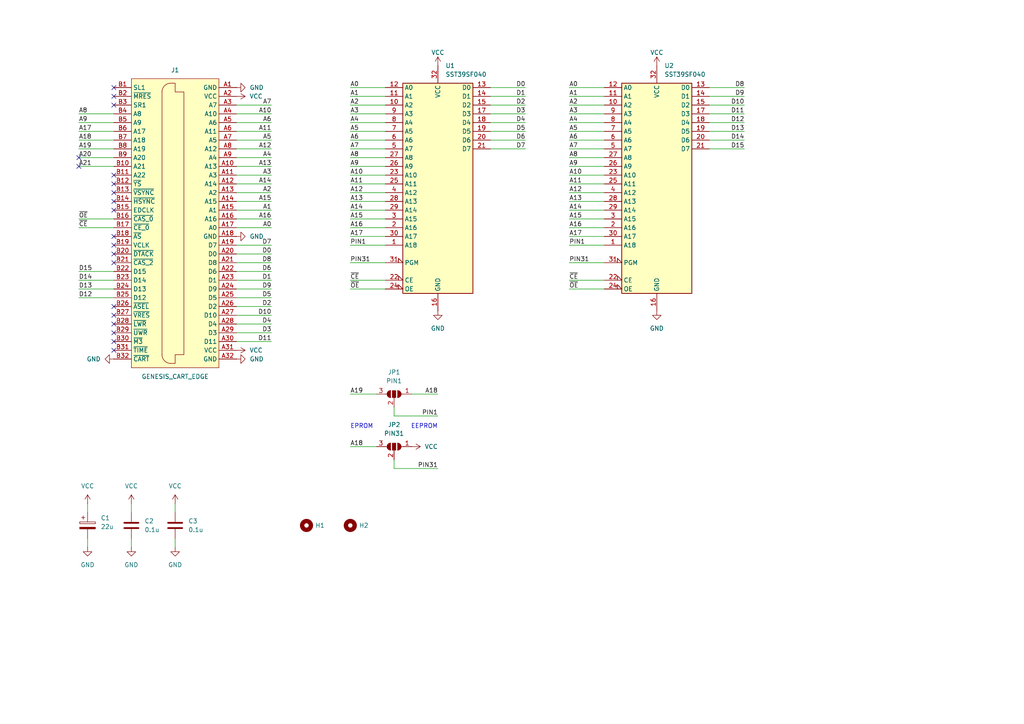
<source format=kicad_sch>
(kicad_sch
	(version 20250114)
	(generator "eeschema")
	(generator_version "9.0")
	(uuid "98c64dde-ec40-4db7-8bd9-f34abc593524")
	(paper "A4")
	(title_block
		(title "Sega genesis cartridge 2 x 8-bit ROMs")
		(date "2025-11-02")
		(rev "0.9.1")
		(company "ponchick")
	)
	(lib_symbols
		(symbol "Device:C"
			(pin_numbers
				(hide yes)
			)
			(pin_names
				(offset 0.254)
			)
			(exclude_from_sim no)
			(in_bom yes)
			(on_board yes)
			(property "Reference" "C"
				(at 0.635 2.54 0)
				(effects
					(font
						(size 1.27 1.27)
					)
					(justify left)
				)
			)
			(property "Value" "C"
				(at 0.635 -2.54 0)
				(effects
					(font
						(size 1.27 1.27)
					)
					(justify left)
				)
			)
			(property "Footprint" ""
				(at 0.9652 -3.81 0)
				(effects
					(font
						(size 1.27 1.27)
					)
					(hide yes)
				)
			)
			(property "Datasheet" "~"
				(at 0 0 0)
				(effects
					(font
						(size 1.27 1.27)
					)
					(hide yes)
				)
			)
			(property "Description" "Unpolarized capacitor"
				(at 0 0 0)
				(effects
					(font
						(size 1.27 1.27)
					)
					(hide yes)
				)
			)
			(property "ki_keywords" "cap capacitor"
				(at 0 0 0)
				(effects
					(font
						(size 1.27 1.27)
					)
					(hide yes)
				)
			)
			(property "ki_fp_filters" "C_*"
				(at 0 0 0)
				(effects
					(font
						(size 1.27 1.27)
					)
					(hide yes)
				)
			)
			(symbol "C_0_1"
				(polyline
					(pts
						(xy -2.032 0.762) (xy 2.032 0.762)
					)
					(stroke
						(width 0.508)
						(type default)
					)
					(fill
						(type none)
					)
				)
				(polyline
					(pts
						(xy -2.032 -0.762) (xy 2.032 -0.762)
					)
					(stroke
						(width 0.508)
						(type default)
					)
					(fill
						(type none)
					)
				)
			)
			(symbol "C_1_1"
				(pin passive line
					(at 0 3.81 270)
					(length 2.794)
					(name "~"
						(effects
							(font
								(size 1.27 1.27)
							)
						)
					)
					(number "1"
						(effects
							(font
								(size 1.27 1.27)
							)
						)
					)
				)
				(pin passive line
					(at 0 -3.81 90)
					(length 2.794)
					(name "~"
						(effects
							(font
								(size 1.27 1.27)
							)
						)
					)
					(number "2"
						(effects
							(font
								(size 1.27 1.27)
							)
						)
					)
				)
			)
			(embedded_fonts no)
		)
		(symbol "Device:C_Polarized"
			(pin_numbers
				(hide yes)
			)
			(pin_names
				(offset 0.254)
			)
			(exclude_from_sim no)
			(in_bom yes)
			(on_board yes)
			(property "Reference" "C"
				(at 0.635 2.54 0)
				(effects
					(font
						(size 1.27 1.27)
					)
					(justify left)
				)
			)
			(property "Value" "C_Polarized"
				(at 0.635 -2.54 0)
				(effects
					(font
						(size 1.27 1.27)
					)
					(justify left)
				)
			)
			(property "Footprint" ""
				(at 0.9652 -3.81 0)
				(effects
					(font
						(size 1.27 1.27)
					)
					(hide yes)
				)
			)
			(property "Datasheet" "~"
				(at 0 0 0)
				(effects
					(font
						(size 1.27 1.27)
					)
					(hide yes)
				)
			)
			(property "Description" "Polarized capacitor"
				(at 0 0 0)
				(effects
					(font
						(size 1.27 1.27)
					)
					(hide yes)
				)
			)
			(property "ki_keywords" "cap capacitor"
				(at 0 0 0)
				(effects
					(font
						(size 1.27 1.27)
					)
					(hide yes)
				)
			)
			(property "ki_fp_filters" "CP_*"
				(at 0 0 0)
				(effects
					(font
						(size 1.27 1.27)
					)
					(hide yes)
				)
			)
			(symbol "C_Polarized_0_1"
				(rectangle
					(start -2.286 0.508)
					(end 2.286 1.016)
					(stroke
						(width 0)
						(type default)
					)
					(fill
						(type none)
					)
				)
				(polyline
					(pts
						(xy -1.778 2.286) (xy -0.762 2.286)
					)
					(stroke
						(width 0)
						(type default)
					)
					(fill
						(type none)
					)
				)
				(polyline
					(pts
						(xy -1.27 2.794) (xy -1.27 1.778)
					)
					(stroke
						(width 0)
						(type default)
					)
					(fill
						(type none)
					)
				)
				(rectangle
					(start 2.286 -0.508)
					(end -2.286 -1.016)
					(stroke
						(width 0)
						(type default)
					)
					(fill
						(type outline)
					)
				)
			)
			(symbol "C_Polarized_1_1"
				(pin passive line
					(at 0 3.81 270)
					(length 2.794)
					(name "~"
						(effects
							(font
								(size 1.27 1.27)
							)
						)
					)
					(number "1"
						(effects
							(font
								(size 1.27 1.27)
							)
						)
					)
				)
				(pin passive line
					(at 0 -3.81 90)
					(length 2.794)
					(name "~"
						(effects
							(font
								(size 1.27 1.27)
							)
						)
					)
					(number "2"
						(effects
							(font
								(size 1.27 1.27)
							)
						)
					)
				)
			)
			(embedded_fonts no)
		)
		(symbol "Jumper:SolderJumper_3_Open"
			(pin_names
				(offset 0)
				(hide yes)
			)
			(exclude_from_sim no)
			(in_bom yes)
			(on_board yes)
			(property "Reference" "JP"
				(at -2.54 -2.54 0)
				(effects
					(font
						(size 1.27 1.27)
					)
				)
			)
			(property "Value" "SolderJumper_3_Open"
				(at 0 2.794 0)
				(effects
					(font
						(size 1.27 1.27)
					)
				)
			)
			(property "Footprint" ""
				(at 0 0 0)
				(effects
					(font
						(size 1.27 1.27)
					)
					(hide yes)
				)
			)
			(property "Datasheet" "~"
				(at 0 0 0)
				(effects
					(font
						(size 1.27 1.27)
					)
					(hide yes)
				)
			)
			(property "Description" "Solder Jumper, 3-pole, open"
				(at 0 0 0)
				(effects
					(font
						(size 1.27 1.27)
					)
					(hide yes)
				)
			)
			(property "ki_keywords" "Solder Jumper SPDT"
				(at 0 0 0)
				(effects
					(font
						(size 1.27 1.27)
					)
					(hide yes)
				)
			)
			(property "ki_fp_filters" "SolderJumper*Open*"
				(at 0 0 0)
				(effects
					(font
						(size 1.27 1.27)
					)
					(hide yes)
				)
			)
			(symbol "SolderJumper_3_Open_0_1"
				(polyline
					(pts
						(xy -2.54 0) (xy -2.032 0)
					)
					(stroke
						(width 0)
						(type default)
					)
					(fill
						(type none)
					)
				)
				(polyline
					(pts
						(xy -1.016 1.016) (xy -1.016 -1.016)
					)
					(stroke
						(width 0)
						(type default)
					)
					(fill
						(type none)
					)
				)
				(arc
					(start -1.016 -1.016)
					(mid -2.0276 0)
					(end -1.016 1.016)
					(stroke
						(width 0)
						(type default)
					)
					(fill
						(type none)
					)
				)
				(arc
					(start -1.016 -1.016)
					(mid -2.0276 0)
					(end -1.016 1.016)
					(stroke
						(width 0)
						(type default)
					)
					(fill
						(type outline)
					)
				)
				(rectangle
					(start -0.508 1.016)
					(end 0.508 -1.016)
					(stroke
						(width 0)
						(type default)
					)
					(fill
						(type outline)
					)
				)
				(polyline
					(pts
						(xy 0 -1.27) (xy 0 -1.016)
					)
					(stroke
						(width 0)
						(type default)
					)
					(fill
						(type none)
					)
				)
				(arc
					(start 1.016 1.016)
					(mid 2.0276 0)
					(end 1.016 -1.016)
					(stroke
						(width 0)
						(type default)
					)
					(fill
						(type none)
					)
				)
				(arc
					(start 1.016 1.016)
					(mid 2.0276 0)
					(end 1.016 -1.016)
					(stroke
						(width 0)
						(type default)
					)
					(fill
						(type outline)
					)
				)
				(polyline
					(pts
						(xy 1.016 1.016) (xy 1.016 -1.016)
					)
					(stroke
						(width 0)
						(type default)
					)
					(fill
						(type none)
					)
				)
				(polyline
					(pts
						(xy 2.54 0) (xy 2.032 0)
					)
					(stroke
						(width 0)
						(type default)
					)
					(fill
						(type none)
					)
				)
			)
			(symbol "SolderJumper_3_Open_1_1"
				(pin passive line
					(at -5.08 0 0)
					(length 2.54)
					(name "A"
						(effects
							(font
								(size 1.27 1.27)
							)
						)
					)
					(number "1"
						(effects
							(font
								(size 1.27 1.27)
							)
						)
					)
				)
				(pin passive line
					(at 0 -3.81 90)
					(length 2.54)
					(name "C"
						(effects
							(font
								(size 1.27 1.27)
							)
						)
					)
					(number "2"
						(effects
							(font
								(size 1.27 1.27)
							)
						)
					)
				)
				(pin passive line
					(at 5.08 0 180)
					(length 2.54)
					(name "B"
						(effects
							(font
								(size 1.27 1.27)
							)
						)
					)
					(number "3"
						(effects
							(font
								(size 1.27 1.27)
							)
						)
					)
				)
			)
			(embedded_fonts no)
		)
		(symbol "Mechanical:MountingHole"
			(pin_names
				(offset 1.016)
			)
			(exclude_from_sim no)
			(in_bom yes)
			(on_board yes)
			(property "Reference" "H"
				(at 0 5.08 0)
				(effects
					(font
						(size 1.27 1.27)
					)
				)
			)
			(property "Value" "MountingHole"
				(at 0 3.175 0)
				(effects
					(font
						(size 1.27 1.27)
					)
				)
			)
			(property "Footprint" ""
				(at 0 0 0)
				(effects
					(font
						(size 1.27 1.27)
					)
					(hide yes)
				)
			)
			(property "Datasheet" "~"
				(at 0 0 0)
				(effects
					(font
						(size 1.27 1.27)
					)
					(hide yes)
				)
			)
			(property "Description" "Mounting Hole without connection"
				(at 0 0 0)
				(effects
					(font
						(size 1.27 1.27)
					)
					(hide yes)
				)
			)
			(property "ki_keywords" "mounting hole"
				(at 0 0 0)
				(effects
					(font
						(size 1.27 1.27)
					)
					(hide yes)
				)
			)
			(property "ki_fp_filters" "MountingHole*"
				(at 0 0 0)
				(effects
					(font
						(size 1.27 1.27)
					)
					(hide yes)
				)
			)
			(symbol "MountingHole_0_1"
				(circle
					(center 0 0)
					(radius 1.27)
					(stroke
						(width 1.27)
						(type default)
					)
					(fill
						(type none)
					)
				)
			)
			(embedded_fonts no)
		)
		(symbol "Memory_Flash:SST39SF040"
			(exclude_from_sim no)
			(in_bom yes)
			(on_board yes)
			(property "Reference" "U"
				(at 2.54 33.02 0)
				(effects
					(font
						(size 1.27 1.27)
					)
				)
			)
			(property "Value" "SST39SF040"
				(at 0 -30.48 0)
				(effects
					(font
						(size 1.27 1.27)
					)
				)
			)
			(property "Footprint" ""
				(at 0 7.62 0)
				(effects
					(font
						(size 1.27 1.27)
					)
					(hide yes)
				)
			)
			(property "Datasheet" "http://ww1.microchip.com/downloads/en/DeviceDoc/25022B.pdf"
				(at 0 7.62 0)
				(effects
					(font
						(size 1.27 1.27)
					)
					(hide yes)
				)
			)
			(property "Description" "Silicon Storage Technology (SSF) 512k x 8 Flash ROM"
				(at 0 0 0)
				(effects
					(font
						(size 1.27 1.27)
					)
					(hide yes)
				)
			)
			(property "ki_keywords" "512k flash rom"
				(at 0 0 0)
				(effects
					(font
						(size 1.27 1.27)
					)
					(hide yes)
				)
			)
			(symbol "SST39SF040_0_0"
				(pin power_in line
					(at 0 36.83 270)
					(length 5.08)
					(name "VCC"
						(effects
							(font
								(size 1.27 1.27)
							)
						)
					)
					(number "32"
						(effects
							(font
								(size 1.27 1.27)
							)
						)
					)
				)
				(pin power_in line
					(at 0 -34.29 90)
					(length 5.08)
					(name "GND"
						(effects
							(font
								(size 1.27 1.27)
							)
						)
					)
					(number "16"
						(effects
							(font
								(size 1.27 1.27)
							)
						)
					)
				)
			)
			(symbol "SST39SF040_0_1"
				(rectangle
					(start -10.16 31.75)
					(end 10.16 -29.21)
					(stroke
						(width 0.254)
						(type default)
					)
					(fill
						(type background)
					)
				)
			)
			(symbol "SST39SF040_1_1"
				(pin input line
					(at -15.24 30.48 0)
					(length 5.08)
					(name "A0"
						(effects
							(font
								(size 1.27 1.27)
							)
						)
					)
					(number "12"
						(effects
							(font
								(size 1.27 1.27)
							)
						)
					)
				)
				(pin input line
					(at -15.24 27.94 0)
					(length 5.08)
					(name "A1"
						(effects
							(font
								(size 1.27 1.27)
							)
						)
					)
					(number "11"
						(effects
							(font
								(size 1.27 1.27)
							)
						)
					)
				)
				(pin input line
					(at -15.24 25.4 0)
					(length 5.08)
					(name "A2"
						(effects
							(font
								(size 1.27 1.27)
							)
						)
					)
					(number "10"
						(effects
							(font
								(size 1.27 1.27)
							)
						)
					)
				)
				(pin input line
					(at -15.24 22.86 0)
					(length 5.08)
					(name "A3"
						(effects
							(font
								(size 1.27 1.27)
							)
						)
					)
					(number "9"
						(effects
							(font
								(size 1.27 1.27)
							)
						)
					)
				)
				(pin input line
					(at -15.24 20.32 0)
					(length 5.08)
					(name "A4"
						(effects
							(font
								(size 1.27 1.27)
							)
						)
					)
					(number "8"
						(effects
							(font
								(size 1.27 1.27)
							)
						)
					)
				)
				(pin input line
					(at -15.24 17.78 0)
					(length 5.08)
					(name "A5"
						(effects
							(font
								(size 1.27 1.27)
							)
						)
					)
					(number "7"
						(effects
							(font
								(size 1.27 1.27)
							)
						)
					)
				)
				(pin input line
					(at -15.24 15.24 0)
					(length 5.08)
					(name "A6"
						(effects
							(font
								(size 1.27 1.27)
							)
						)
					)
					(number "6"
						(effects
							(font
								(size 1.27 1.27)
							)
						)
					)
				)
				(pin input line
					(at -15.24 12.7 0)
					(length 5.08)
					(name "A7"
						(effects
							(font
								(size 1.27 1.27)
							)
						)
					)
					(number "5"
						(effects
							(font
								(size 1.27 1.27)
							)
						)
					)
				)
				(pin input line
					(at -15.24 10.16 0)
					(length 5.08)
					(name "A8"
						(effects
							(font
								(size 1.27 1.27)
							)
						)
					)
					(number "27"
						(effects
							(font
								(size 1.27 1.27)
							)
						)
					)
				)
				(pin input line
					(at -15.24 7.62 0)
					(length 5.08)
					(name "A9"
						(effects
							(font
								(size 1.27 1.27)
							)
						)
					)
					(number "26"
						(effects
							(font
								(size 1.27 1.27)
							)
						)
					)
				)
				(pin input line
					(at -15.24 5.08 0)
					(length 5.08)
					(name "A10"
						(effects
							(font
								(size 1.27 1.27)
							)
						)
					)
					(number "23"
						(effects
							(font
								(size 1.27 1.27)
							)
						)
					)
				)
				(pin input line
					(at -15.24 2.54 0)
					(length 5.08)
					(name "A11"
						(effects
							(font
								(size 1.27 1.27)
							)
						)
					)
					(number "25"
						(effects
							(font
								(size 1.27 1.27)
							)
						)
					)
				)
				(pin input line
					(at -15.24 0 0)
					(length 5.08)
					(name "A12"
						(effects
							(font
								(size 1.27 1.27)
							)
						)
					)
					(number "4"
						(effects
							(font
								(size 1.27 1.27)
							)
						)
					)
				)
				(pin input line
					(at -15.24 -2.54 0)
					(length 5.08)
					(name "A13"
						(effects
							(font
								(size 1.27 1.27)
							)
						)
					)
					(number "28"
						(effects
							(font
								(size 1.27 1.27)
							)
						)
					)
				)
				(pin input line
					(at -15.24 -5.08 0)
					(length 5.08)
					(name "A14"
						(effects
							(font
								(size 1.27 1.27)
							)
						)
					)
					(number "29"
						(effects
							(font
								(size 1.27 1.27)
							)
						)
					)
				)
				(pin input line
					(at -15.24 -7.62 0)
					(length 5.08)
					(name "A15"
						(effects
							(font
								(size 1.27 1.27)
							)
						)
					)
					(number "3"
						(effects
							(font
								(size 1.27 1.27)
							)
						)
					)
				)
				(pin input line
					(at -15.24 -10.16 0)
					(length 5.08)
					(name "A16"
						(effects
							(font
								(size 1.27 1.27)
							)
						)
					)
					(number "2"
						(effects
							(font
								(size 1.27 1.27)
							)
						)
					)
				)
				(pin input line
					(at -15.24 -12.7 0)
					(length 5.08)
					(name "A17"
						(effects
							(font
								(size 1.27 1.27)
							)
						)
					)
					(number "30"
						(effects
							(font
								(size 1.27 1.27)
							)
						)
					)
				)
				(pin input line
					(at -15.24 -15.24 0)
					(length 5.08)
					(name "A18"
						(effects
							(font
								(size 1.27 1.27)
							)
						)
					)
					(number "1"
						(effects
							(font
								(size 1.27 1.27)
							)
						)
					)
				)
				(pin input input_low
					(at -15.24 -20.32 0)
					(length 5.08)
					(name "PGM"
						(effects
							(font
								(size 1.27 1.27)
							)
						)
					)
					(number "31"
						(effects
							(font
								(size 1.27 1.27)
							)
						)
					)
				)
				(pin input input_low
					(at -15.24 -25.4 0)
					(length 5.08)
					(name "CE"
						(effects
							(font
								(size 1.27 1.27)
							)
						)
					)
					(number "22"
						(effects
							(font
								(size 1.27 1.27)
							)
						)
					)
				)
				(pin input input_low
					(at -15.24 -27.94 0)
					(length 5.08)
					(name "OE"
						(effects
							(font
								(size 1.27 1.27)
							)
						)
					)
					(number "24"
						(effects
							(font
								(size 1.27 1.27)
							)
						)
					)
				)
				(pin tri_state line
					(at 15.24 30.48 180)
					(length 5.08)
					(name "D0"
						(effects
							(font
								(size 1.27 1.27)
							)
						)
					)
					(number "13"
						(effects
							(font
								(size 1.27 1.27)
							)
						)
					)
				)
				(pin tri_state line
					(at 15.24 27.94 180)
					(length 5.08)
					(name "D1"
						(effects
							(font
								(size 1.27 1.27)
							)
						)
					)
					(number "14"
						(effects
							(font
								(size 1.27 1.27)
							)
						)
					)
				)
				(pin tri_state line
					(at 15.24 25.4 180)
					(length 5.08)
					(name "D2"
						(effects
							(font
								(size 1.27 1.27)
							)
						)
					)
					(number "15"
						(effects
							(font
								(size 1.27 1.27)
							)
						)
					)
				)
				(pin tri_state line
					(at 15.24 22.86 180)
					(length 5.08)
					(name "D3"
						(effects
							(font
								(size 1.27 1.27)
							)
						)
					)
					(number "17"
						(effects
							(font
								(size 1.27 1.27)
							)
						)
					)
				)
				(pin tri_state line
					(at 15.24 20.32 180)
					(length 5.08)
					(name "D4"
						(effects
							(font
								(size 1.27 1.27)
							)
						)
					)
					(number "18"
						(effects
							(font
								(size 1.27 1.27)
							)
						)
					)
				)
				(pin tri_state line
					(at 15.24 17.78 180)
					(length 5.08)
					(name "D5"
						(effects
							(font
								(size 1.27 1.27)
							)
						)
					)
					(number "19"
						(effects
							(font
								(size 1.27 1.27)
							)
						)
					)
				)
				(pin tri_state line
					(at 15.24 15.24 180)
					(length 5.08)
					(name "D6"
						(effects
							(font
								(size 1.27 1.27)
							)
						)
					)
					(number "20"
						(effects
							(font
								(size 1.27 1.27)
							)
						)
					)
				)
				(pin tri_state line
					(at 15.24 12.7 180)
					(length 5.08)
					(name "D7"
						(effects
							(font
								(size 1.27 1.27)
							)
						)
					)
					(number "21"
						(effects
							(font
								(size 1.27 1.27)
							)
						)
					)
				)
			)
			(embedded_fonts no)
		)
		(symbol "Sega:SEGA_GENESIS_EDGE_CART"
			(exclude_from_sim no)
			(in_bom yes)
			(on_board yes)
			(property "Reference" "J"
				(at 0 45.72 0)
				(effects
					(font
						(size 1.778 1.5113)
					)
				)
			)
			(property "Value" "SEGA_GENESIS_EDGE_CART"
				(at 0 -43.18 0)
				(effects
					(font
						(size 1.27 1.27)
					)
				)
			)
			(property "Footprint" ""
				(at 0 0 0)
				(effects
					(font
						(size 1.27 1.27)
					)
					(hide yes)
				)
			)
			(property "Datasheet" ""
				(at 0 0 0)
				(effects
					(font
						(size 1.27 1.27)
					)
					(hide yes)
				)
			)
			(property "Description" ""
				(at 0 0 0)
				(effects
					(font
						(size 1.27 1.27)
					)
					(hide yes)
				)
			)
			(symbol "SEGA_GENESIS_EDGE_CART_0_1"
				(polyline
					(pts
						(xy -3.81 39.37) (xy -3.81 -36.83)
					)
					(stroke
						(width 0)
						(type default)
					)
					(fill
						(type none)
					)
				)
				(arc
					(start -3.81 39.37)
					(mid -3.0661 41.1661)
					(end -1.27 41.91)
					(stroke
						(width 0)
						(type default)
					)
					(fill
						(type none)
					)
				)
				(arc
					(start -1.27 -39.37)
					(mid -3.0661 -38.6261)
					(end -3.81 -36.83)
					(stroke
						(width 0)
						(type default)
					)
					(fill
						(type none)
					)
				)
				(polyline
					(pts
						(xy -1.27 -39.37) (xy 0 -39.37) (xy 0 -36.83) (xy 2.54 -36.83) (xy 2.54 39.37) (xy 0 39.37) (xy 0 41.91)
						(xy -1.27 41.91)
					)
					(stroke
						(width 0)
						(type default)
					)
					(fill
						(type none)
					)
				)
			)
			(symbol "SEGA_GENESIS_EDGE_CART_1_0"
				(pin input line
					(at -17.78 40.64 0)
					(length 5.08)
					(name "SL1"
						(effects
							(font
								(size 1.27 1.27)
							)
						)
					)
					(number "B1"
						(effects
							(font
								(size 1.27 1.27)
							)
						)
					)
				)
				(pin output line
					(at -17.78 38.1 0)
					(length 5.08)
					(name "~{MRES}"
						(effects
							(font
								(size 1.27 1.27)
							)
						)
					)
					(number "B2"
						(effects
							(font
								(size 1.27 1.27)
							)
						)
					)
				)
				(pin input line
					(at -17.78 35.56 0)
					(length 5.08)
					(name "SR1"
						(effects
							(font
								(size 1.27 1.27)
							)
						)
					)
					(number "B3"
						(effects
							(font
								(size 1.27 1.27)
							)
						)
					)
				)
				(pin output line
					(at -17.78 33.02 0)
					(length 5.08)
					(name "A8"
						(effects
							(font
								(size 1.27 1.27)
							)
						)
					)
					(number "B4"
						(effects
							(font
								(size 1.27 1.27)
							)
						)
					)
				)
				(pin output line
					(at -17.78 30.48 0)
					(length 5.08)
					(name "A9"
						(effects
							(font
								(size 1.27 1.27)
							)
						)
					)
					(number "B5"
						(effects
							(font
								(size 1.27 1.27)
							)
						)
					)
				)
				(pin output line
					(at -17.78 27.94 0)
					(length 5.08)
					(name "A17"
						(effects
							(font
								(size 1.27 1.27)
							)
						)
					)
					(number "B6"
						(effects
							(font
								(size 1.27 1.27)
							)
						)
					)
				)
				(pin output line
					(at -17.78 25.4 0)
					(length 5.08)
					(name "A18"
						(effects
							(font
								(size 1.27 1.27)
							)
						)
					)
					(number "B7"
						(effects
							(font
								(size 1.27 1.27)
							)
						)
					)
				)
				(pin output line
					(at -17.78 22.86 0)
					(length 5.08)
					(name "A19"
						(effects
							(font
								(size 1.27 1.27)
							)
						)
					)
					(number "B8"
						(effects
							(font
								(size 1.27 1.27)
							)
						)
					)
				)
				(pin output line
					(at -17.78 20.32 0)
					(length 5.08)
					(name "A20"
						(effects
							(font
								(size 1.27 1.27)
							)
						)
					)
					(number "B9"
						(effects
							(font
								(size 1.27 1.27)
							)
						)
					)
				)
				(pin output line
					(at -17.78 17.78 0)
					(length 5.08)
					(name "A21"
						(effects
							(font
								(size 1.27 1.27)
							)
						)
					)
					(number "B10"
						(effects
							(font
								(size 1.27 1.27)
							)
						)
					)
				)
				(pin output line
					(at -17.78 15.24 0)
					(length 5.08)
					(name "A22"
						(effects
							(font
								(size 1.27 1.27)
							)
						)
					)
					(number "B11"
						(effects
							(font
								(size 1.27 1.27)
							)
						)
					)
				)
				(pin output line
					(at -17.78 12.7 0)
					(length 5.08)
					(name "~{YS}"
						(effects
							(font
								(size 1.27 1.27)
							)
						)
					)
					(number "B12"
						(effects
							(font
								(size 1.27 1.27)
							)
						)
					)
				)
				(pin output line
					(at -17.78 10.16 0)
					(length 5.08)
					(name "~{VSYNC}"
						(effects
							(font
								(size 1.27 1.27)
							)
						)
					)
					(number "B13"
						(effects
							(font
								(size 1.27 1.27)
							)
						)
					)
				)
				(pin output line
					(at -17.78 7.62 0)
					(length 5.08)
					(name "~{HSYNC}"
						(effects
							(font
								(size 1.27 1.27)
							)
						)
					)
					(number "B14"
						(effects
							(font
								(size 1.27 1.27)
							)
						)
					)
				)
				(pin output line
					(at -17.78 5.08 0)
					(length 5.08)
					(name "EDCLK"
						(effects
							(font
								(size 1.27 1.27)
							)
						)
					)
					(number "B15"
						(effects
							(font
								(size 1.27 1.27)
							)
						)
					)
				)
				(pin output line
					(at -17.78 2.54 0)
					(length 5.08)
					(name "~{CAS_0}"
						(effects
							(font
								(size 1.27 1.27)
							)
						)
					)
					(number "B16"
						(effects
							(font
								(size 1.27 1.27)
							)
						)
					)
				)
				(pin output line
					(at -17.78 0 0)
					(length 5.08)
					(name "~{CE_0}"
						(effects
							(font
								(size 1.27 1.27)
							)
						)
					)
					(number "B17"
						(effects
							(font
								(size 1.27 1.27)
							)
						)
					)
				)
				(pin output line
					(at -17.78 -2.54 0)
					(length 5.08)
					(name "~{AS}"
						(effects
							(font
								(size 1.27 1.27)
							)
						)
					)
					(number "B18"
						(effects
							(font
								(size 1.27 1.27)
							)
						)
					)
				)
				(pin output line
					(at -17.78 -5.08 0)
					(length 5.08)
					(name "VCLK"
						(effects
							(font
								(size 1.27 1.27)
							)
						)
					)
					(number "B19"
						(effects
							(font
								(size 1.27 1.27)
							)
						)
					)
				)
				(pin input line
					(at -17.78 -7.62 0)
					(length 5.08)
					(name "~{DTACK}"
						(effects
							(font
								(size 1.27 1.27)
							)
						)
					)
					(number "B20"
						(effects
							(font
								(size 1.27 1.27)
							)
						)
					)
				)
				(pin output line
					(at -17.78 -10.16 0)
					(length 5.08)
					(name "~{CAS_2}"
						(effects
							(font
								(size 1.27 1.27)
							)
						)
					)
					(number "B21"
						(effects
							(font
								(size 1.27 1.27)
							)
						)
					)
				)
				(pin bidirectional line
					(at -17.78 -12.7 0)
					(length 5.08)
					(name "D15"
						(effects
							(font
								(size 1.27 1.27)
							)
						)
					)
					(number "B22"
						(effects
							(font
								(size 1.27 1.27)
							)
						)
					)
				)
				(pin bidirectional line
					(at -17.78 -15.24 0)
					(length 5.08)
					(name "D14"
						(effects
							(font
								(size 1.27 1.27)
							)
						)
					)
					(number "B23"
						(effects
							(font
								(size 1.27 1.27)
							)
						)
					)
				)
				(pin bidirectional line
					(at -17.78 -17.78 0)
					(length 5.08)
					(name "D13"
						(effects
							(font
								(size 1.27 1.27)
							)
						)
					)
					(number "B24"
						(effects
							(font
								(size 1.27 1.27)
							)
						)
					)
				)
				(pin bidirectional line
					(at -17.78 -20.32 0)
					(length 5.08)
					(name "D12"
						(effects
							(font
								(size 1.27 1.27)
							)
						)
					)
					(number "B25"
						(effects
							(font
								(size 1.27 1.27)
							)
						)
					)
				)
				(pin output line
					(at -17.78 -22.86 0)
					(length 5.08)
					(name "~{ASEL}"
						(effects
							(font
								(size 1.27 1.27)
							)
						)
					)
					(number "B26"
						(effects
							(font
								(size 1.27 1.27)
							)
						)
					)
				)
				(pin output line
					(at -17.78 -25.4 0)
					(length 5.08)
					(name "~{VRES}"
						(effects
							(font
								(size 1.27 1.27)
							)
						)
					)
					(number "B27"
						(effects
							(font
								(size 1.27 1.27)
							)
						)
					)
				)
				(pin output line
					(at -17.78 -27.94 0)
					(length 5.08)
					(name "~{LWR}"
						(effects
							(font
								(size 1.27 1.27)
							)
						)
					)
					(number "B28"
						(effects
							(font
								(size 1.27 1.27)
							)
						)
					)
				)
				(pin output line
					(at -17.78 -30.48 0)
					(length 5.08)
					(name "~{UWR}"
						(effects
							(font
								(size 1.27 1.27)
							)
						)
					)
					(number "B29"
						(effects
							(font
								(size 1.27 1.27)
							)
						)
					)
				)
				(pin output line
					(at -17.78 -33.02 0)
					(length 5.08)
					(name "~{M3}"
						(effects
							(font
								(size 1.27 1.27)
							)
						)
					)
					(number "B30"
						(effects
							(font
								(size 1.27 1.27)
							)
						)
					)
				)
				(pin output line
					(at -17.78 -35.56 0)
					(length 5.08)
					(name "~{TIME}"
						(effects
							(font
								(size 1.27 1.27)
							)
						)
					)
					(number "B31"
						(effects
							(font
								(size 1.27 1.27)
							)
						)
					)
				)
				(pin input line
					(at -17.78 -38.1 0)
					(length 5.08)
					(name "~{CART}"
						(effects
							(font
								(size 1.27 1.27)
							)
						)
					)
					(number "B32"
						(effects
							(font
								(size 1.27 1.27)
							)
						)
					)
				)
				(pin power_out line
					(at 17.78 40.64 180)
					(length 5.08)
					(name "GND"
						(effects
							(font
								(size 1.27 1.27)
							)
						)
					)
					(number "A1"
						(effects
							(font
								(size 1.27 1.27)
							)
						)
					)
				)
				(pin power_out line
					(at 17.78 38.1 180)
					(length 5.08)
					(name "VCC"
						(effects
							(font
								(size 1.27 1.27)
							)
						)
					)
					(number "A2"
						(effects
							(font
								(size 1.27 1.27)
							)
						)
					)
				)
				(pin output line
					(at 17.78 35.56 180)
					(length 5.08)
					(name "A7"
						(effects
							(font
								(size 1.27 1.27)
							)
						)
					)
					(number "A3"
						(effects
							(font
								(size 1.27 1.27)
							)
						)
					)
				)
				(pin output line
					(at 17.78 33.02 180)
					(length 5.08)
					(name "A10"
						(effects
							(font
								(size 1.27 1.27)
							)
						)
					)
					(number "A4"
						(effects
							(font
								(size 1.27 1.27)
							)
						)
					)
				)
				(pin output line
					(at 17.78 30.48 180)
					(length 5.08)
					(name "A6"
						(effects
							(font
								(size 1.27 1.27)
							)
						)
					)
					(number "A5"
						(effects
							(font
								(size 1.27 1.27)
							)
						)
					)
				)
				(pin output line
					(at 17.78 27.94 180)
					(length 5.08)
					(name "A11"
						(effects
							(font
								(size 1.27 1.27)
							)
						)
					)
					(number "A6"
						(effects
							(font
								(size 1.27 1.27)
							)
						)
					)
				)
				(pin output line
					(at 17.78 25.4 180)
					(length 5.08)
					(name "A5"
						(effects
							(font
								(size 1.27 1.27)
							)
						)
					)
					(number "A7"
						(effects
							(font
								(size 1.27 1.27)
							)
						)
					)
				)
				(pin output line
					(at 17.78 22.86 180)
					(length 5.08)
					(name "A12"
						(effects
							(font
								(size 1.27 1.27)
							)
						)
					)
					(number "A8"
						(effects
							(font
								(size 1.27 1.27)
							)
						)
					)
				)
				(pin output line
					(at 17.78 20.32 180)
					(length 5.08)
					(name "A4"
						(effects
							(font
								(size 1.27 1.27)
							)
						)
					)
					(number "A9"
						(effects
							(font
								(size 1.27 1.27)
							)
						)
					)
				)
				(pin output line
					(at 17.78 17.78 180)
					(length 5.08)
					(name "A13"
						(effects
							(font
								(size 1.27 1.27)
							)
						)
					)
					(number "A10"
						(effects
							(font
								(size 1.27 1.27)
							)
						)
					)
				)
				(pin output line
					(at 17.78 15.24 180)
					(length 5.08)
					(name "A3"
						(effects
							(font
								(size 1.27 1.27)
							)
						)
					)
					(number "A11"
						(effects
							(font
								(size 1.27 1.27)
							)
						)
					)
				)
				(pin output line
					(at 17.78 12.7 180)
					(length 5.08)
					(name "A14"
						(effects
							(font
								(size 1.27 1.27)
							)
						)
					)
					(number "A12"
						(effects
							(font
								(size 1.27 1.27)
							)
						)
					)
				)
				(pin output line
					(at 17.78 10.16 180)
					(length 5.08)
					(name "A2"
						(effects
							(font
								(size 1.27 1.27)
							)
						)
					)
					(number "A13"
						(effects
							(font
								(size 1.27 1.27)
							)
						)
					)
				)
				(pin output line
					(at 17.78 7.62 180)
					(length 5.08)
					(name "A15"
						(effects
							(font
								(size 1.27 1.27)
							)
						)
					)
					(number "A14"
						(effects
							(font
								(size 1.27 1.27)
							)
						)
					)
				)
				(pin output line
					(at 17.78 5.08 180)
					(length 5.08)
					(name "A1"
						(effects
							(font
								(size 1.27 1.27)
							)
						)
					)
					(number "A15"
						(effects
							(font
								(size 1.27 1.27)
							)
						)
					)
				)
				(pin output line
					(at 17.78 2.54 180)
					(length 5.08)
					(name "A16"
						(effects
							(font
								(size 1.27 1.27)
							)
						)
					)
					(number "A16"
						(effects
							(font
								(size 1.27 1.27)
							)
						)
					)
				)
				(pin output line
					(at 17.78 0 180)
					(length 5.08)
					(name "A0"
						(effects
							(font
								(size 1.27 1.27)
							)
						)
					)
					(number "A17"
						(effects
							(font
								(size 1.27 1.27)
							)
						)
					)
				)
				(pin passive line
					(at 17.78 -2.54 180)
					(length 5.08)
					(name "GND"
						(effects
							(font
								(size 1.27 1.27)
							)
						)
					)
					(number "A18"
						(effects
							(font
								(size 1.27 1.27)
							)
						)
					)
				)
				(pin bidirectional line
					(at 17.78 -5.08 180)
					(length 5.08)
					(name "D7"
						(effects
							(font
								(size 1.27 1.27)
							)
						)
					)
					(number "A19"
						(effects
							(font
								(size 1.27 1.27)
							)
						)
					)
				)
				(pin bidirectional line
					(at 17.78 -7.62 180)
					(length 5.08)
					(name "D0"
						(effects
							(font
								(size 1.27 1.27)
							)
						)
					)
					(number "A20"
						(effects
							(font
								(size 1.27 1.27)
							)
						)
					)
				)
				(pin bidirectional line
					(at 17.78 -10.16 180)
					(length 5.08)
					(name "D8"
						(effects
							(font
								(size 1.27 1.27)
							)
						)
					)
					(number "A21"
						(effects
							(font
								(size 1.27 1.27)
							)
						)
					)
				)
				(pin bidirectional line
					(at 17.78 -12.7 180)
					(length 5.08)
					(name "D6"
						(effects
							(font
								(size 1.27 1.27)
							)
						)
					)
					(number "A22"
						(effects
							(font
								(size 1.27 1.27)
							)
						)
					)
				)
				(pin bidirectional line
					(at 17.78 -15.24 180)
					(length 5.08)
					(name "D1"
						(effects
							(font
								(size 1.27 1.27)
							)
						)
					)
					(number "A23"
						(effects
							(font
								(size 1.27 1.27)
							)
						)
					)
				)
				(pin bidirectional line
					(at 17.78 -17.78 180)
					(length 5.08)
					(name "D9"
						(effects
							(font
								(size 1.27 1.27)
							)
						)
					)
					(number "A24"
						(effects
							(font
								(size 1.27 1.27)
							)
						)
					)
				)
				(pin bidirectional line
					(at 17.78 -20.32 180)
					(length 5.08)
					(name "D5"
						(effects
							(font
								(size 1.27 1.27)
							)
						)
					)
					(number "A25"
						(effects
							(font
								(size 1.27 1.27)
							)
						)
					)
				)
				(pin bidirectional line
					(at 17.78 -22.86 180)
					(length 5.08)
					(name "D2"
						(effects
							(font
								(size 1.27 1.27)
							)
						)
					)
					(number "A26"
						(effects
							(font
								(size 1.27 1.27)
							)
						)
					)
				)
				(pin bidirectional line
					(at 17.78 -25.4 180)
					(length 5.08)
					(name "D10"
						(effects
							(font
								(size 1.27 1.27)
							)
						)
					)
					(number "A27"
						(effects
							(font
								(size 1.27 1.27)
							)
						)
					)
				)
				(pin bidirectional line
					(at 17.78 -27.94 180)
					(length 5.08)
					(name "D4"
						(effects
							(font
								(size 1.27 1.27)
							)
						)
					)
					(number "A28"
						(effects
							(font
								(size 1.27 1.27)
							)
						)
					)
				)
				(pin bidirectional line
					(at 17.78 -30.48 180)
					(length 5.08)
					(name "D3"
						(effects
							(font
								(size 1.27 1.27)
							)
						)
					)
					(number "A29"
						(effects
							(font
								(size 1.27 1.27)
							)
						)
					)
				)
				(pin bidirectional line
					(at 17.78 -33.02 180)
					(length 5.08)
					(name "D11"
						(effects
							(font
								(size 1.27 1.27)
							)
						)
					)
					(number "A30"
						(effects
							(font
								(size 1.27 1.27)
							)
						)
					)
				)
				(pin passive line
					(at 17.78 -35.56 180)
					(length 5.08)
					(name "VCC"
						(effects
							(font
								(size 1.27 1.27)
							)
						)
					)
					(number "A31"
						(effects
							(font
								(size 1.27 1.27)
							)
						)
					)
				)
				(pin passive line
					(at 17.78 -38.1 180)
					(length 5.08)
					(name "GND"
						(effects
							(font
								(size 1.27 1.27)
							)
						)
					)
					(number "A32"
						(effects
							(font
								(size 1.27 1.27)
							)
						)
					)
				)
			)
			(symbol "SEGA_GENESIS_EDGE_CART_1_1"
				(rectangle
					(start -12.7 -40.64)
					(end 12.7 43.18)
					(stroke
						(width 0)
						(type default)
					)
					(fill
						(type background)
					)
				)
			)
			(embedded_fonts no)
		)
		(symbol "power:GND"
			(power)
			(pin_numbers
				(hide yes)
			)
			(pin_names
				(offset 0)
				(hide yes)
			)
			(exclude_from_sim no)
			(in_bom yes)
			(on_board yes)
			(property "Reference" "#PWR"
				(at 0 -6.35 0)
				(effects
					(font
						(size 1.27 1.27)
					)
					(hide yes)
				)
			)
			(property "Value" "GND"
				(at 0 -3.81 0)
				(effects
					(font
						(size 1.27 1.27)
					)
				)
			)
			(property "Footprint" ""
				(at 0 0 0)
				(effects
					(font
						(size 1.27 1.27)
					)
					(hide yes)
				)
			)
			(property "Datasheet" ""
				(at 0 0 0)
				(effects
					(font
						(size 1.27 1.27)
					)
					(hide yes)
				)
			)
			(property "Description" "Power symbol creates a global label with name \"GND\" , ground"
				(at 0 0 0)
				(effects
					(font
						(size 1.27 1.27)
					)
					(hide yes)
				)
			)
			(property "ki_keywords" "global power"
				(at 0 0 0)
				(effects
					(font
						(size 1.27 1.27)
					)
					(hide yes)
				)
			)
			(symbol "GND_0_1"
				(polyline
					(pts
						(xy 0 0) (xy 0 -1.27) (xy 1.27 -1.27) (xy 0 -2.54) (xy -1.27 -1.27) (xy 0 -1.27)
					)
					(stroke
						(width 0)
						(type default)
					)
					(fill
						(type none)
					)
				)
			)
			(symbol "GND_1_1"
				(pin power_in line
					(at 0 0 270)
					(length 0)
					(name "~"
						(effects
							(font
								(size 1.27 1.27)
							)
						)
					)
					(number "1"
						(effects
							(font
								(size 1.27 1.27)
							)
						)
					)
				)
			)
			(embedded_fonts no)
		)
		(symbol "power:VCC"
			(power)
			(pin_numbers
				(hide yes)
			)
			(pin_names
				(offset 0)
				(hide yes)
			)
			(exclude_from_sim no)
			(in_bom yes)
			(on_board yes)
			(property "Reference" "#PWR"
				(at 0 -3.81 0)
				(effects
					(font
						(size 1.27 1.27)
					)
					(hide yes)
				)
			)
			(property "Value" "VCC"
				(at 0 3.556 0)
				(effects
					(font
						(size 1.27 1.27)
					)
				)
			)
			(property "Footprint" ""
				(at 0 0 0)
				(effects
					(font
						(size 1.27 1.27)
					)
					(hide yes)
				)
			)
			(property "Datasheet" ""
				(at 0 0 0)
				(effects
					(font
						(size 1.27 1.27)
					)
					(hide yes)
				)
			)
			(property "Description" "Power symbol creates a global label with name \"VCC\""
				(at 0 0 0)
				(effects
					(font
						(size 1.27 1.27)
					)
					(hide yes)
				)
			)
			(property "ki_keywords" "global power"
				(at 0 0 0)
				(effects
					(font
						(size 1.27 1.27)
					)
					(hide yes)
				)
			)
			(symbol "VCC_0_1"
				(polyline
					(pts
						(xy -0.762 1.27) (xy 0 2.54)
					)
					(stroke
						(width 0)
						(type default)
					)
					(fill
						(type none)
					)
				)
				(polyline
					(pts
						(xy 0 2.54) (xy 0.762 1.27)
					)
					(stroke
						(width 0)
						(type default)
					)
					(fill
						(type none)
					)
				)
				(polyline
					(pts
						(xy 0 0) (xy 0 2.54)
					)
					(stroke
						(width 0)
						(type default)
					)
					(fill
						(type none)
					)
				)
			)
			(symbol "VCC_1_1"
				(pin power_in line
					(at 0 0 90)
					(length 0)
					(name "~"
						(effects
							(font
								(size 1.27 1.27)
							)
						)
					)
					(number "1"
						(effects
							(font
								(size 1.27 1.27)
							)
						)
					)
				)
			)
			(embedded_fonts no)
		)
	)
	(text "EEPROM"
		(exclude_from_sim no)
		(at 127 124.46 0)
		(effects
			(font
				(size 1.27 1.27)
			)
			(justify right bottom)
		)
		(uuid "6d317e95-ea2d-42e5-a3de-b900969805f5")
	)
	(text "EPROM"
		(exclude_from_sim no)
		(at 101.6 124.46 0)
		(effects
			(font
				(size 1.27 1.27)
			)
			(justify left bottom)
		)
		(uuid "aedbe16a-1c13-4d3f-b0e5-d0f24997bbbf")
	)
	(no_connect
		(at 33.02 53.34)
		(uuid "0fdd971f-ff23-4ae0-bc9b-25aec6207a5e")
	)
	(no_connect
		(at 33.02 76.2)
		(uuid "35ccc75c-08aa-48f1-b79a-8242275d6303")
	)
	(no_connect
		(at 33.02 55.88)
		(uuid "411c830e-3c04-4f2e-8fd5-93ac4f8c42bf")
	)
	(no_connect
		(at 33.02 58.42)
		(uuid "48ad6f85-c757-48eb-975a-f3c86720188b")
	)
	(no_connect
		(at 22.86 48.26)
		(uuid "592678b5-037b-4799-bfb5-d0ca1d959710")
	)
	(no_connect
		(at 33.02 71.12)
		(uuid "5ad24193-47ad-49ee-b57f-1545780464c5")
	)
	(no_connect
		(at 33.02 27.94)
		(uuid "5e7f555c-df72-4950-8ae3-f1e4f1291ea5")
	)
	(no_connect
		(at 33.02 60.96)
		(uuid "82ae516d-6e95-4ccc-96e5-f55a94acdf3f")
	)
	(no_connect
		(at 33.02 50.8)
		(uuid "85de9aae-430a-4122-bf8b-8d51813ee4c0")
	)
	(no_connect
		(at 33.02 96.52)
		(uuid "9298d694-2181-4c72-9aaf-d169385b1bcf")
	)
	(no_connect
		(at 33.02 30.48)
		(uuid "92ff57ee-97f2-40f2-9914-a0df9b5a329e")
	)
	(no_connect
		(at 33.02 88.9)
		(uuid "a83c7e79-8478-4d45-b0cb-0c117db7d270")
	)
	(no_connect
		(at 33.02 68.58)
		(uuid "b1c45f17-2b87-4d18-a9dc-3f8092f12c04")
	)
	(no_connect
		(at 33.02 99.06)
		(uuid "b4f5b1a3-ef91-41c1-9f0f-80eabe3450fc")
	)
	(no_connect
		(at 22.86 45.72)
		(uuid "bf2e8bb8-7901-4be7-80b8-d754ffa9df72")
	)
	(no_connect
		(at 33.02 73.66)
		(uuid "cbecd968-e9fa-47dc-b64b-bfc77b6a0bf5")
	)
	(no_connect
		(at 33.02 25.4)
		(uuid "d5e9a9d1-7f79-4030-80b1-1e33a9f29c0e")
	)
	(no_connect
		(at 33.02 101.6)
		(uuid "dbcd2658-5d0a-4089-843f-661baf3445fb")
	)
	(no_connect
		(at 33.02 93.98)
		(uuid "e4000f18-fe1f-481b-ab40-e90249812dfd")
	)
	(no_connect
		(at 33.02 91.44)
		(uuid "eef39ccf-fa52-4119-b4fb-3281f7da19c6")
	)
	(wire
		(pts
			(xy 142.24 40.64) (xy 152.4 40.64)
		)
		(stroke
			(width 0)
			(type default)
		)
		(uuid "0225ec36-136e-4387-870b-b16c293da342")
	)
	(wire
		(pts
			(xy 165.1 27.94) (xy 175.26 27.94)
		)
		(stroke
			(width 0)
			(type default)
		)
		(uuid "02b79e9d-b885-43ac-ad58-64658fabc619")
	)
	(wire
		(pts
			(xy 205.74 30.48) (xy 215.9 30.48)
		)
		(stroke
			(width 0)
			(type default)
		)
		(uuid "02c72079-2fff-45ec-821e-761464c4e120")
	)
	(wire
		(pts
			(xy 101.6 38.1) (xy 111.76 38.1)
		)
		(stroke
			(width 0)
			(type default)
		)
		(uuid "0399114c-f276-482b-8c0b-51df2c89c279")
	)
	(wire
		(pts
			(xy 142.24 27.94) (xy 152.4 27.94)
		)
		(stroke
			(width 0)
			(type default)
		)
		(uuid "076de5eb-d8e6-45f9-b6b7-87dfa0554be8")
	)
	(wire
		(pts
			(xy 68.58 30.48) (xy 78.74 30.48)
		)
		(stroke
			(width 0.1524)
			(type solid)
		)
		(uuid "08005dd3-c0dc-4913-924f-3c1b1bc95e30")
	)
	(wire
		(pts
			(xy 101.6 25.4) (xy 111.76 25.4)
		)
		(stroke
			(width 0)
			(type default)
		)
		(uuid "09fe71d0-70f4-4b04-a10a-6536796aa66c")
	)
	(wire
		(pts
			(xy 205.74 33.02) (xy 215.9 33.02)
		)
		(stroke
			(width 0)
			(type default)
		)
		(uuid "0c0488a0-884a-43ed-905b-161f0c728427")
	)
	(wire
		(pts
			(xy 68.58 53.34) (xy 78.74 53.34)
		)
		(stroke
			(width 0.1524)
			(type solid)
		)
		(uuid "0c2b95ad-7bc6-4b58-98bf-929f7d864720")
	)
	(wire
		(pts
			(xy 101.6 33.02) (xy 111.76 33.02)
		)
		(stroke
			(width 0)
			(type default)
		)
		(uuid "0e74048e-26d1-457e-904f-922a166c408d")
	)
	(wire
		(pts
			(xy 142.24 38.1) (xy 152.4 38.1)
		)
		(stroke
			(width 0)
			(type default)
		)
		(uuid "0ed505d5-1c06-4c70-bf23-24d79a734fc7")
	)
	(wire
		(pts
			(xy 165.1 48.26) (xy 175.26 48.26)
		)
		(stroke
			(width 0)
			(type default)
		)
		(uuid "0eeb3207-6641-4175-a594-a18ac70cf8f9")
	)
	(wire
		(pts
			(xy 165.1 33.02) (xy 175.26 33.02)
		)
		(stroke
			(width 0)
			(type default)
		)
		(uuid "159a68a4-52d0-477a-9e58-943af36d5248")
	)
	(wire
		(pts
			(xy 68.58 40.64) (xy 78.74 40.64)
		)
		(stroke
			(width 0.1524)
			(type solid)
		)
		(uuid "1610f5a0-f642-422c-8eca-5dbdb83d6295")
	)
	(wire
		(pts
			(xy 142.24 30.48) (xy 152.4 30.48)
		)
		(stroke
			(width 0)
			(type default)
		)
		(uuid "19e54f56-faba-4b79-b945-f874aece1e7d")
	)
	(wire
		(pts
			(xy 111.76 71.12) (xy 101.6 71.12)
		)
		(stroke
			(width 0)
			(type default)
		)
		(uuid "1c7aac6a-8c6e-4dd4-86b2-73fe36d59ea6")
	)
	(wire
		(pts
			(xy 33.02 86.36) (xy 22.86 86.36)
		)
		(stroke
			(width 0.1524)
			(type solid)
		)
		(uuid "1ddd232a-bab9-41f1-a895-e796f85c4d45")
	)
	(wire
		(pts
			(xy 101.6 63.5) (xy 111.76 63.5)
		)
		(stroke
			(width 0)
			(type default)
		)
		(uuid "1e6f2776-ae03-4aba-bcef-e6b923e95054")
	)
	(wire
		(pts
			(xy 68.58 33.02) (xy 78.74 33.02)
		)
		(stroke
			(width 0.1524)
			(type solid)
		)
		(uuid "208fafcc-59a0-4bb4-a1fb-47b23fa159c7")
	)
	(wire
		(pts
			(xy 33.02 78.74) (xy 22.86 78.74)
		)
		(stroke
			(width 0.1524)
			(type solid)
		)
		(uuid "20c9af9e-60b8-4006-9647-58fcbe86c0ed")
	)
	(wire
		(pts
			(xy 165.1 43.18) (xy 175.26 43.18)
		)
		(stroke
			(width 0)
			(type default)
		)
		(uuid "2275bbce-16ce-4232-a3e5-d52ebe89223a")
	)
	(wire
		(pts
			(xy 205.74 40.64) (xy 215.9 40.64)
		)
		(stroke
			(width 0)
			(type default)
		)
		(uuid "23d3c1f5-47fd-44b3-892d-13c57b1bbba2")
	)
	(wire
		(pts
			(xy 68.58 45.72) (xy 78.74 45.72)
		)
		(stroke
			(width 0.1524)
			(type solid)
		)
		(uuid "28aea634-d427-4569-a190-fbed690e508d")
	)
	(wire
		(pts
			(xy 68.58 81.28) (xy 78.74 81.28)
		)
		(stroke
			(width 0.1524)
			(type solid)
		)
		(uuid "2bf179ec-b5a2-4929-b351-983e7e57c813")
	)
	(wire
		(pts
			(xy 142.24 33.02) (xy 152.4 33.02)
		)
		(stroke
			(width 0)
			(type default)
		)
		(uuid "2d9a4776-616d-414d-b693-9d908803d0fe")
	)
	(wire
		(pts
			(xy 50.8 158.75) (xy 50.8 156.21)
		)
		(stroke
			(width 0.1524)
			(type solid)
		)
		(uuid "2fa8ad92-ad66-42a6-9500-098fac339bcf")
	)
	(wire
		(pts
			(xy 101.6 40.64) (xy 111.76 40.64)
		)
		(stroke
			(width 0)
			(type default)
		)
		(uuid "315523bf-b2c0-4876-82fe-58e710b3d273")
	)
	(wire
		(pts
			(xy 68.58 73.66) (xy 78.74 73.66)
		)
		(stroke
			(width 0.1524)
			(type solid)
		)
		(uuid "350573f7-10cd-4e61-98c4-44a08db09080")
	)
	(wire
		(pts
			(xy 50.8 146.05) (xy 50.8 148.59)
		)
		(stroke
			(width 0.1524)
			(type solid)
		)
		(uuid "35154d4b-7369-4d25-9563-bcd63d5444d5")
	)
	(wire
		(pts
			(xy 33.02 43.18) (xy 22.86 43.18)
		)
		(stroke
			(width 0.1524)
			(type solid)
		)
		(uuid "365dbe4f-53d3-4f24-9b84-eea36c30ab6e")
	)
	(wire
		(pts
			(xy 33.02 83.82) (xy 22.86 83.82)
		)
		(stroke
			(width 0.1524)
			(type solid)
		)
		(uuid "367172a4-c649-4e35-9de8-590fc0c79060")
	)
	(wire
		(pts
			(xy 101.6 58.42) (xy 111.76 58.42)
		)
		(stroke
			(width 0)
			(type default)
		)
		(uuid "38c8a5c0-47a2-456d-94b2-7eab986c41ec")
	)
	(wire
		(pts
			(xy 68.58 38.1) (xy 78.74 38.1)
		)
		(stroke
			(width 0.1524)
			(type solid)
		)
		(uuid "3a77ab37-5260-40ea-a217-ba361671867e")
	)
	(wire
		(pts
			(xy 33.02 45.72) (xy 22.86 45.72)
		)
		(stroke
			(width 0.1524)
			(type solid)
		)
		(uuid "3cc9131b-0ac3-4d0a-ac27-f830f5bf0217")
	)
	(wire
		(pts
			(xy 114.3 133.35) (xy 114.3 135.89)
		)
		(stroke
			(width 0)
			(type default)
		)
		(uuid "3e82458b-2e4c-400f-b104-2ec030c68786")
	)
	(wire
		(pts
			(xy 101.6 66.04) (xy 111.76 66.04)
		)
		(stroke
			(width 0)
			(type default)
		)
		(uuid "41033217-d111-4da9-99ea-d80a2831f3aa")
	)
	(wire
		(pts
			(xy 142.24 35.56) (xy 152.4 35.56)
		)
		(stroke
			(width 0)
			(type default)
		)
		(uuid "4255ba5a-5ec0-4a48-acfb-e6255f4cacdf")
	)
	(wire
		(pts
			(xy 25.4 146.05) (xy 25.4 148.59)
		)
		(stroke
			(width 0.1524)
			(type solid)
		)
		(uuid "461e9ab0-d092-4a32-b1b0-d4c3006b94f4")
	)
	(wire
		(pts
			(xy 68.58 43.18) (xy 78.74 43.18)
		)
		(stroke
			(width 0.1524)
			(type solid)
		)
		(uuid "4fe5d339-944a-45c1-9bdc-68077006292d")
	)
	(wire
		(pts
			(xy 68.58 35.56) (xy 78.74 35.56)
		)
		(stroke
			(width 0.1524)
			(type solid)
		)
		(uuid "57e2b9af-3dde-4cce-b34a-776bed749092")
	)
	(wire
		(pts
			(xy 142.24 25.4) (xy 152.4 25.4)
		)
		(stroke
			(width 0)
			(type default)
		)
		(uuid "5e9f61cf-d373-4fee-9dd3-f0f85663bf1a")
	)
	(wire
		(pts
			(xy 68.58 66.04) (xy 78.74 66.04)
		)
		(stroke
			(width 0.1524)
			(type solid)
		)
		(uuid "60e30cb6-3034-490c-86bc-9a52be312d5e")
	)
	(wire
		(pts
			(xy 127 114.3) (xy 119.38 114.3)
		)
		(stroke
			(width 0)
			(type default)
		)
		(uuid "62bde3de-eed6-4295-b981-04a55bdfaa4c")
	)
	(wire
		(pts
			(xy 33.02 33.02) (xy 22.86 33.02)
		)
		(stroke
			(width 0.1524)
			(type solid)
		)
		(uuid "63fc58c8-55d8-4886-920b-95ec4a6c231e")
	)
	(wire
		(pts
			(xy 33.02 48.26) (xy 22.86 48.26)
		)
		(stroke
			(width 0.1524)
			(type solid)
		)
		(uuid "663a5372-a780-4c2e-b7d3-10c3d95f0670")
	)
	(wire
		(pts
			(xy 68.58 55.88) (xy 78.74 55.88)
		)
		(stroke
			(width 0.1524)
			(type solid)
		)
		(uuid "6ca304f1-230a-45a6-9d71-1c3112a6e2ae")
	)
	(wire
		(pts
			(xy 33.02 38.1) (xy 22.86 38.1)
		)
		(stroke
			(width 0.1524)
			(type solid)
		)
		(uuid "6da8b0ec-913d-4443-b937-9698b9e4fb02")
	)
	(wire
		(pts
			(xy 68.58 58.42) (xy 78.74 58.42)
		)
		(stroke
			(width 0.1524)
			(type solid)
		)
		(uuid "6f1287df-1a6a-40c5-985f-914830874461")
	)
	(wire
		(pts
			(xy 175.26 81.28) (xy 165.1 81.28)
		)
		(stroke
			(width 0.1524)
			(type solid)
		)
		(uuid "71862723-6c14-4967-87c2-3bddd519a727")
	)
	(wire
		(pts
			(xy 68.58 96.52) (xy 78.74 96.52)
		)
		(stroke
			(width 0.1524)
			(type solid)
		)
		(uuid "719318b7-5da8-4af6-a70b-58f9af300964")
	)
	(wire
		(pts
			(xy 111.76 83.82) (xy 101.6 83.82)
		)
		(stroke
			(width 0.1524)
			(type solid)
		)
		(uuid "7a7a1211-f1b7-480f-910d-23b2a31bf820")
	)
	(wire
		(pts
			(xy 165.1 35.56) (xy 175.26 35.56)
		)
		(stroke
			(width 0)
			(type default)
		)
		(uuid "7c121d31-7b81-4042-8efe-e80e79c8ecb7")
	)
	(wire
		(pts
			(xy 165.1 50.8) (xy 175.26 50.8)
		)
		(stroke
			(width 0)
			(type default)
		)
		(uuid "8429b7cd-5f23-4716-b66b-0e28f9fe3cb1")
	)
	(wire
		(pts
			(xy 165.1 53.34) (xy 175.26 53.34)
		)
		(stroke
			(width 0)
			(type default)
		)
		(uuid "85b19817-caa8-4991-ad54-611a63d34d62")
	)
	(wire
		(pts
			(xy 68.58 60.96) (xy 78.74 60.96)
		)
		(stroke
			(width 0.1524)
			(type solid)
		)
		(uuid "86aaf0b1-7d36-44ab-88d0-3d8348041e4e")
	)
	(wire
		(pts
			(xy 68.58 78.74) (xy 78.74 78.74)
		)
		(stroke
			(width 0.1524)
			(type solid)
		)
		(uuid "8723b5fa-b442-481e-9065-08fcaec24dee")
	)
	(wire
		(pts
			(xy 33.02 35.56) (xy 22.86 35.56)
		)
		(stroke
			(width 0.1524)
			(type solid)
		)
		(uuid "87723382-b139-4b71-bd14-2a918df0c480")
	)
	(wire
		(pts
			(xy 101.6 55.88) (xy 111.76 55.88)
		)
		(stroke
			(width 0)
			(type default)
		)
		(uuid "8a0a51cf-1278-4c9b-a0e2-7c69816350f0")
	)
	(wire
		(pts
			(xy 165.1 63.5) (xy 175.26 63.5)
		)
		(stroke
			(width 0)
			(type default)
		)
		(uuid "8e6c549b-bf13-4b7a-a9f8-988c1dfde203")
	)
	(wire
		(pts
			(xy 165.1 76.2) (xy 175.26 76.2)
		)
		(stroke
			(width 0)
			(type default)
		)
		(uuid "90c7c5e9-d5b5-4e4d-98a8-c6378e81a5f8")
	)
	(wire
		(pts
			(xy 114.3 118.11) (xy 114.3 120.65)
		)
		(stroke
			(width 0)
			(type default)
		)
		(uuid "91b598a1-948a-48b2-aa86-4e3392257890")
	)
	(wire
		(pts
			(xy 101.6 60.96) (xy 111.76 60.96)
		)
		(stroke
			(width 0)
			(type default)
		)
		(uuid "93d2fa25-860c-4c69-90a8-e8296ed8bc52")
	)
	(wire
		(pts
			(xy 165.1 40.64) (xy 175.26 40.64)
		)
		(stroke
			(width 0)
			(type default)
		)
		(uuid "98e1c0e1-4635-46bf-a7e6-d453abed347b")
	)
	(wire
		(pts
			(xy 101.6 43.18) (xy 111.76 43.18)
		)
		(stroke
			(width 0)
			(type default)
		)
		(uuid "993f39d5-8a45-4b2f-b234-621de080394b")
	)
	(wire
		(pts
			(xy 68.58 71.12) (xy 78.74 71.12)
		)
		(stroke
			(width 0.1524)
			(type solid)
		)
		(uuid "9a40e714-a1cf-4a7d-8228-fdc9ae7dc989")
	)
	(wire
		(pts
			(xy 25.4 158.75) (xy 25.4 156.21)
		)
		(stroke
			(width 0)
			(type default)
		)
		(uuid "9b361c24-b133-4e0f-bfbf-6f41c6715efd")
	)
	(wire
		(pts
			(xy 114.3 120.65) (xy 127 120.65)
		)
		(stroke
			(width 0)
			(type default)
		)
		(uuid "9e77c5ca-8e60-4e95-a5ee-02dfb1617aaa")
	)
	(wire
		(pts
			(xy 101.6 76.2) (xy 111.76 76.2)
		)
		(stroke
			(width 0)
			(type default)
		)
		(uuid "a0db8bb9-a0c2-41ea-bdef-01f9a684a67a")
	)
	(wire
		(pts
			(xy 205.74 25.4) (xy 215.9 25.4)
		)
		(stroke
			(width 0)
			(type default)
		)
		(uuid "a23bba54-9e76-47cd-8f5c-ba9c6c91f3b3")
	)
	(wire
		(pts
			(xy 175.26 71.12) (xy 165.1 71.12)
		)
		(stroke
			(width 0)
			(type default)
		)
		(uuid "a3468276-f4c9-4e54-9fb5-c97372e0104a")
	)
	(wire
		(pts
			(xy 68.58 93.98) (xy 78.74 93.98)
		)
		(stroke
			(width 0.1524)
			(type solid)
		)
		(uuid "a3f9bc73-0829-4fe0-a72c-f383004df35e")
	)
	(wire
		(pts
			(xy 165.1 38.1) (xy 175.26 38.1)
		)
		(stroke
			(width 0)
			(type default)
		)
		(uuid "a535d28c-ff3a-4236-b093-e1e222b32c0d")
	)
	(wire
		(pts
			(xy 175.26 83.82) (xy 165.1 83.82)
		)
		(stroke
			(width 0.1524)
			(type solid)
		)
		(uuid "a815be66-6a6d-4e11-9273-38da1edbe7d0")
	)
	(wire
		(pts
			(xy 68.58 50.8) (xy 78.74 50.8)
		)
		(stroke
			(width 0.1524)
			(type solid)
		)
		(uuid "a85d1234-6c17-4e02-bb44-a5423223b194")
	)
	(wire
		(pts
			(xy 165.1 58.42) (xy 175.26 58.42)
		)
		(stroke
			(width 0)
			(type default)
		)
		(uuid "ad3862d5-de79-4d55-ac73-9a7d9536b812")
	)
	(wire
		(pts
			(xy 101.6 48.26) (xy 111.76 48.26)
		)
		(stroke
			(width 0)
			(type default)
		)
		(uuid "ae764648-606c-4dcd-b94e-ac81cd1139ed")
	)
	(wire
		(pts
			(xy 142.24 43.18) (xy 152.4 43.18)
		)
		(stroke
			(width 0)
			(type default)
		)
		(uuid "b001babc-a454-4229-a02d-ea0cad1f81f3")
	)
	(wire
		(pts
			(xy 165.1 66.04) (xy 175.26 66.04)
		)
		(stroke
			(width 0)
			(type default)
		)
		(uuid "b1996973-ab5c-459e-a3ab-2cf7fee4d42a")
	)
	(wire
		(pts
			(xy 111.76 81.28) (xy 101.6 81.28)
		)
		(stroke
			(width 0.1524)
			(type solid)
		)
		(uuid "b4529ef7-de1a-4957-af41-c5d72994ba58")
	)
	(wire
		(pts
			(xy 109.22 129.54) (xy 101.6 129.54)
		)
		(stroke
			(width 0.1524)
			(type solid)
		)
		(uuid "b5269eea-5c0c-4256-8713-694095fbf6c1")
	)
	(wire
		(pts
			(xy 68.58 76.2) (xy 78.74 76.2)
		)
		(stroke
			(width 0.1524)
			(type solid)
		)
		(uuid "bc6f7312-6f45-4485-bcd8-05b13bda8fed")
	)
	(wire
		(pts
			(xy 68.58 83.82) (xy 78.74 83.82)
		)
		(stroke
			(width 0.1524)
			(type solid)
		)
		(uuid "bd340735-5095-471d-b668-18d3d4b40621")
	)
	(wire
		(pts
			(xy 101.6 50.8) (xy 111.76 50.8)
		)
		(stroke
			(width 0)
			(type default)
		)
		(uuid "becd523e-46a1-4248-a081-30b17435c30b")
	)
	(wire
		(pts
			(xy 38.1 146.05) (xy 38.1 148.59)
		)
		(stroke
			(width 0.1524)
			(type solid)
		)
		(uuid "bf2dde59-0e46-4703-a3c9-685b88cced99")
	)
	(wire
		(pts
			(xy 68.58 99.06) (xy 78.74 99.06)
		)
		(stroke
			(width 0.1524)
			(type solid)
		)
		(uuid "c5ecc016-5eaf-425a-84b0-3158687049df")
	)
	(wire
		(pts
			(xy 68.58 48.26) (xy 78.74 48.26)
		)
		(stroke
			(width 0.1524)
			(type solid)
		)
		(uuid "c77d9cdc-86d9-4152-bcf9-d7f0223f4758")
	)
	(wire
		(pts
			(xy 101.6 68.58) (xy 111.76 68.58)
		)
		(stroke
			(width 0)
			(type default)
		)
		(uuid "c976866b-2509-4793-b31f-c0b1fa4aeac9")
	)
	(wire
		(pts
			(xy 165.1 45.72) (xy 175.26 45.72)
		)
		(stroke
			(width 0)
			(type default)
		)
		(uuid "cafa2b9c-31bb-4807-81be-2ddc570f618a")
	)
	(wire
		(pts
			(xy 205.74 35.56) (xy 215.9 35.56)
		)
		(stroke
			(width 0)
			(type default)
		)
		(uuid "cdbba5c8-5e2c-4060-baab-6c4cc7dd277e")
	)
	(wire
		(pts
			(xy 165.1 55.88) (xy 175.26 55.88)
		)
		(stroke
			(width 0)
			(type default)
		)
		(uuid "cf15efe0-ddf5-4354-9449-bc4f72875cc8")
	)
	(wire
		(pts
			(xy 68.58 88.9) (xy 78.74 88.9)
		)
		(stroke
			(width 0.1524)
			(type solid)
		)
		(uuid "d1573b45-0e34-4f34-b4c7-bbc3e0c2327f")
	)
	(wire
		(pts
			(xy 101.6 45.72) (xy 111.76 45.72)
		)
		(stroke
			(width 0)
			(type default)
		)
		(uuid "d297ac66-a812-4211-b15a-b1cbeb409a04")
	)
	(wire
		(pts
			(xy 33.02 66.04) (xy 22.86 66.04)
		)
		(stroke
			(width 0.1524)
			(type solid)
		)
		(uuid "d60fe138-a178-48bc-b072-a0aa4cbca431")
	)
	(wire
		(pts
			(xy 165.1 60.96) (xy 175.26 60.96)
		)
		(stroke
			(width 0)
			(type default)
		)
		(uuid "d7b10017-9223-46aa-9c30-39a52f364569")
	)
	(wire
		(pts
			(xy 33.02 40.64) (xy 22.86 40.64)
		)
		(stroke
			(width 0.1524)
			(type solid)
		)
		(uuid "d839e491-b9a6-44fc-b3da-f17e82439d47")
	)
	(wire
		(pts
			(xy 101.6 114.3) (xy 109.22 114.3)
		)
		(stroke
			(width 0)
			(type default)
		)
		(uuid "d8bc4f57-0ab1-46a5-9e2b-637ae2e6aaf9")
	)
	(wire
		(pts
			(xy 101.6 27.94) (xy 111.76 27.94)
		)
		(stroke
			(width 0)
			(type default)
		)
		(uuid "d8c3cc65-565b-4527-aa1e-58fc640aebc8")
	)
	(wire
		(pts
			(xy 68.58 91.44) (xy 78.74 91.44)
		)
		(stroke
			(width 0.1524)
			(type solid)
		)
		(uuid "df085c3f-1486-46ff-8769-654765bd3b72")
	)
	(wire
		(pts
			(xy 165.1 68.58) (xy 175.26 68.58)
		)
		(stroke
			(width 0)
			(type default)
		)
		(uuid "e23d59bb-4fdc-4bb2-9cf0-b18645e99a0b")
	)
	(wire
		(pts
			(xy 101.6 53.34) (xy 111.76 53.34)
		)
		(stroke
			(width 0)
			(type default)
		)
		(uuid "e6cf5713-eff1-4da2-b02f-afecee34197c")
	)
	(wire
		(pts
			(xy 68.58 63.5) (xy 78.74 63.5)
		)
		(stroke
			(width 0.1524)
			(type solid)
		)
		(uuid "e7b4158b-3c8e-48ea-81a3-0ed1029c5a9a")
	)
	(wire
		(pts
			(xy 205.74 27.94) (xy 215.9 27.94)
		)
		(stroke
			(width 0)
			(type default)
		)
		(uuid "eb5ab2ec-da8b-4a04-9808-a2377ade07c4")
	)
	(wire
		(pts
			(xy 33.02 81.28) (xy 22.86 81.28)
		)
		(stroke
			(width 0.1524)
			(type solid)
		)
		(uuid "ecc80c3d-7d07-47cc-b285-06485c396b06")
	)
	(wire
		(pts
			(xy 114.3 135.89) (xy 127 135.89)
		)
		(stroke
			(width 0)
			(type default)
		)
		(uuid "f093d5ce-31c9-4f50-b832-c596990e5bb0")
	)
	(wire
		(pts
			(xy 205.74 43.18) (xy 215.9 43.18)
		)
		(stroke
			(width 0)
			(type default)
		)
		(uuid "f1844767-af4a-466b-b957-5c6ed3364949")
	)
	(wire
		(pts
			(xy 38.1 158.75) (xy 38.1 156.21)
		)
		(stroke
			(width 0)
			(type default)
		)
		(uuid "f32f3498-4aed-4ccd-9ce8-7a7c03847aba")
	)
	(wire
		(pts
			(xy 101.6 35.56) (xy 111.76 35.56)
		)
		(stroke
			(width 0)
			(type default)
		)
		(uuid "f6dd2cb5-48dd-42f9-a1c5-4d3724cf38a8")
	)
	(wire
		(pts
			(xy 165.1 30.48) (xy 175.26 30.48)
		)
		(stroke
			(width 0)
			(type default)
		)
		(uuid "f7e7d271-e5b7-425e-b58e-93fd46001d1e")
	)
	(wire
		(pts
			(xy 101.6 30.48) (xy 111.76 30.48)
		)
		(stroke
			(width 0)
			(type default)
		)
		(uuid "f92b2f9f-5b96-4985-9eee-b5348fd4ba1b")
	)
	(wire
		(pts
			(xy 205.74 38.1) (xy 215.9 38.1)
		)
		(stroke
			(width 0)
			(type default)
		)
		(uuid "f937d422-e0d5-441f-be87-6ba092b53d91")
	)
	(wire
		(pts
			(xy 68.58 86.36) (xy 78.74 86.36)
		)
		(stroke
			(width 0.1524)
			(type solid)
		)
		(uuid "fa713bb8-97e3-44e4-b931-2e086c396882")
	)
	(wire
		(pts
			(xy 33.02 63.5) (xy 22.86 63.5)
		)
		(stroke
			(width 0.1524)
			(type solid)
		)
		(uuid "fd65f862-7ff4-4625-947e-a73ff24c1cbf")
	)
	(wire
		(pts
			(xy 165.1 25.4) (xy 175.26 25.4)
		)
		(stroke
			(width 0)
			(type default)
		)
		(uuid "ff33bf70-7d52-4018-af69-3e7b8de97508")
	)
	(label "~{OE}"
		(at 165.1 83.82 0)
		(effects
			(font
				(size 1.27 1.27)
			)
			(justify left bottom)
		)
		(uuid "032cdc40-12f8-4513-b681-3494a77f832f")
	)
	(label "A7"
		(at 101.6 43.18 0)
		(effects
			(font
				(size 1.27 1.27)
			)
			(justify left bottom)
		)
		(uuid "04760eff-bce4-419b-a963-202f708dc4fa")
	)
	(label "A12"
		(at 101.6 55.88 0)
		(effects
			(font
				(size 1.27 1.27)
			)
			(justify left bottom)
		)
		(uuid "050b3d6e-9a14-40aa-91cf-cb013aeebc8f")
	)
	(label "D2"
		(at 152.4 30.48 180)
		(effects
			(font
				(size 1.27 1.27)
			)
			(justify right bottom)
		)
		(uuid "05e2a0d7-a78b-4daa-8429-2e51e23b7d0f")
	)
	(label "D9"
		(at 215.9 27.94 180)
		(effects
			(font
				(size 1.27 1.27)
			)
			(justify right bottom)
		)
		(uuid "07e9324e-a6be-4b6d-aabb-d62684b8c4cc")
	)
	(label "A8"
		(at 101.6 45.72 0)
		(effects
			(font
				(size 1.27 1.27)
			)
			(justify left bottom)
		)
		(uuid "0c9a0ee4-cb02-4cf9-b409-1eddd4f11e33")
	)
	(label "D13"
		(at 22.86 83.82 0)
		(effects
			(font
				(size 1.27 1.27)
			)
			(justify left bottom)
		)
		(uuid "0d34474d-acbf-463e-860f-339ac01a940b")
	)
	(label "A8"
		(at 22.86 33.02 0)
		(effects
			(font
				(size 1.27 1.27)
			)
			(justify left bottom)
		)
		(uuid "0f0d978f-f343-4f9e-b243-bdf9418d03ea")
	)
	(label "A17"
		(at 165.1 68.58 0)
		(effects
			(font
				(size 1.27 1.27)
			)
			(justify left bottom)
		)
		(uuid "10f7f729-a882-4c6e-8a9f-bb2b867a46cf")
	)
	(label "A6"
		(at 165.1 40.64 0)
		(effects
			(font
				(size 1.27 1.27)
			)
			(justify left bottom)
		)
		(uuid "1488af99-6312-472a-92fa-72382fa07461")
	)
	(label "A16"
		(at 78.74 63.5 180)
		(effects
			(font
				(size 1.27 1.27)
			)
			(justify right bottom)
		)
		(uuid "162ae1b2-2f3f-48e3-aba1-860cc59584e1")
	)
	(label "A4"
		(at 165.1 35.56 0)
		(effects
			(font
				(size 1.27 1.27)
			)
			(justify left bottom)
		)
		(uuid "19a54747-904f-4d6d-bfe0-d69fefc6fb15")
	)
	(label "D12"
		(at 22.86 86.36 0)
		(effects
			(font
				(size 1.27 1.27)
			)
			(justify left bottom)
		)
		(uuid "1b1f4a94-c7ed-4372-8c2c-e0d1a6109dad")
	)
	(label "D2"
		(at 78.74 88.9 180)
		(effects
			(font
				(size 1.27 1.27)
			)
			(justify right bottom)
		)
		(uuid "1b5c493a-ab62-4a47-b0df-9e3999694bad")
	)
	(label "A8"
		(at 165.1 45.72 0)
		(effects
			(font
				(size 1.27 1.27)
			)
			(justify left bottom)
		)
		(uuid "1d735b31-4ef0-4b31-891d-2d0dfc3068a0")
	)
	(label "D0"
		(at 152.4 25.4 180)
		(effects
			(font
				(size 1.27 1.27)
			)
			(justify right bottom)
		)
		(uuid "1f1a6516-240e-4ae3-9930-c401f80df708")
	)
	(label "A17"
		(at 101.6 68.58 0)
		(effects
			(font
				(size 1.27 1.27)
			)
			(justify left bottom)
		)
		(uuid "1fe5a56c-d6eb-489e-98e1-f58f250717a1")
	)
	(label "A1"
		(at 78.74 60.96 180)
		(effects
			(font
				(size 1.27 1.27)
			)
			(justify right bottom)
		)
		(uuid "20e689c8-f186-4c1b-a871-be852485051c")
	)
	(label "D5"
		(at 152.4 38.1 180)
		(effects
			(font
				(size 1.27 1.27)
			)
			(justify right bottom)
		)
		(uuid "21429f7f-c15c-4e66-b15c-c0ad4ccf5d21")
	)
	(label "D4"
		(at 78.74 93.98 180)
		(effects
			(font
				(size 1.27 1.27)
			)
			(justify right bottom)
		)
		(uuid "252043f4-4c04-457a-9514-b4e6d47f7ae7")
	)
	(label "D1"
		(at 78.74 81.28 180)
		(effects
			(font
				(size 1.27 1.27)
			)
			(justify right bottom)
		)
		(uuid "26766210-1256-4276-9edd-91709b7932c9")
	)
	(label "A3"
		(at 165.1 33.02 0)
		(effects
			(font
				(size 1.27 1.27)
			)
			(justify left bottom)
		)
		(uuid "26e8805d-b6d5-4ad8-b757-dae4d951cbb1")
	)
	(label "~{OE}"
		(at 101.6 83.82 0)
		(effects
			(font
				(size 1.27 1.27)
			)
			(justify left bottom)
		)
		(uuid "2c3aa382-9cf6-451f-8ca4-24480bf8d3d4")
	)
	(label "A11"
		(at 78.74 38.1 180)
		(effects
			(font
				(size 1.27 1.27)
			)
			(justify right bottom)
		)
		(uuid "2edd0beb-2dca-4d65-9e11-e0f0602ff854")
	)
	(label "PIN1"
		(at 127 120.65 180)
		(effects
			(font
				(size 1.27 1.27)
			)
			(justify right bottom)
		)
		(uuid "31b5b5e0-5209-4d25-9cb4-40f2d8f332a5")
	)
	(label "D11"
		(at 215.9 33.02 180)
		(effects
			(font
				(size 1.27 1.27)
			)
			(justify right bottom)
		)
		(uuid "3812f60a-899a-4620-8bb4-95bc62730a41")
	)
	(label "~{OE}"
		(at 22.86 63.5 0)
		(effects
			(font
				(size 1.27 1.27)
			)
			(justify left bottom)
		)
		(uuid "3d4541ca-a868-4080-b471-daa013ee32ac")
	)
	(label "A1"
		(at 101.6 27.94 0)
		(effects
			(font
				(size 1.27 1.27)
			)
			(justify left bottom)
		)
		(uuid "3da7f5ed-a75c-426a-a038-dcc53ff9eefd")
	)
	(label "A3"
		(at 78.74 50.8 180)
		(effects
			(font
				(size 1.27 1.27)
			)
			(justify right bottom)
		)
		(uuid "407b2601-ac40-4f9c-9559-79bdc3a386d0")
	)
	(label "D4"
		(at 152.4 35.56 180)
		(effects
			(font
				(size 1.27 1.27)
			)
			(justify right bottom)
		)
		(uuid "4330856e-f744-40f4-927c-176d97088869")
	)
	(label "D6"
		(at 152.4 40.64 180)
		(effects
			(font
				(size 1.27 1.27)
			)
			(justify right bottom)
		)
		(uuid "47bfb2ff-6bd8-4de5-bb0a-079990c18a8e")
	)
	(label "A3"
		(at 101.6 33.02 0)
		(effects
			(font
				(size 1.27 1.27)
			)
			(justify left bottom)
		)
		(uuid "4fbcc5b0-1141-4fc3-933d-5931c5cfc5bb")
	)
	(label "PIN1"
		(at 101.6 71.12 0)
		(effects
			(font
				(size 1.27 1.27)
			)
			(justify left bottom)
		)
		(uuid "56196516-3193-4234-bae3-13e81bc7c235")
	)
	(label "A9"
		(at 165.1 48.26 0)
		(effects
			(font
				(size 1.27 1.27)
			)
			(justify left bottom)
		)
		(uuid "5b972b9b-367f-4b0e-a090-3893d9d7cd8b")
	)
	(label "~{CE}"
		(at 101.6 81.28 0)
		(effects
			(font
				(size 1.27 1.27)
			)
			(justify left bottom)
		)
		(uuid "624aed06-7e0b-4d58-830e-5fcc7952a684")
	)
	(label "A10"
		(at 78.74 33.02 180)
		(effects
			(font
				(size 1.27 1.27)
			)
			(justify right bottom)
		)
		(uuid "671429a6-7950-400b-b66c-abccd7e71da8")
	)
	(label "A2"
		(at 165.1 30.48 0)
		(effects
			(font
				(size 1.27 1.27)
			)
			(justify left bottom)
		)
		(uuid "6745ea8a-984f-4e68-a00f-e975633e83e8")
	)
	(label "D6"
		(at 78.74 78.74 180)
		(effects
			(font
				(size 1.27 1.27)
			)
			(justify right bottom)
		)
		(uuid "6749ee54-97d5-4d70-8bc5-da691e24414a")
	)
	(label "A4"
		(at 78.74 45.72 180)
		(effects
			(font
				(size 1.27 1.27)
			)
			(justify right bottom)
		)
		(uuid "6a1a0dc9-fc61-4d3e-8778-3b04a5fa2ba4")
	)
	(label "D3"
		(at 152.4 33.02 180)
		(effects
			(font
				(size 1.27 1.27)
			)
			(justify right bottom)
		)
		(uuid "6a2dfc03-7775-460f-90ef-067f69265045")
	)
	(label "D7"
		(at 152.4 43.18 180)
		(effects
			(font
				(size 1.27 1.27)
			)
			(justify right bottom)
		)
		(uuid "758236c0-13af-49e1-8813-9733a3fe5f62")
	)
	(label "A2"
		(at 101.6 30.48 0)
		(effects
			(font
				(size 1.27 1.27)
			)
			(justify left bottom)
		)
		(uuid "77859405-6cd7-4fce-84c7-f1af5d316ba8")
	)
	(label "A14"
		(at 78.74 53.34 180)
		(effects
			(font
				(size 1.27 1.27)
			)
			(justify right bottom)
		)
		(uuid "7916c4b1-d104-438b-a950-3a164f3eefbf")
	)
	(label "A13"
		(at 165.1 58.42 0)
		(effects
			(font
				(size 1.27 1.27)
			)
			(justify left bottom)
		)
		(uuid "7b3d3c28-fd37-4782-bed0-e371a83e036e")
	)
	(label "A5"
		(at 165.1 38.1 0)
		(effects
			(font
				(size 1.27 1.27)
			)
			(justify left bottom)
		)
		(uuid "7da5413c-a4c2-4802-bc5f-82404fbbae1e")
	)
	(label "A13"
		(at 78.74 48.26 180)
		(effects
			(font
				(size 1.27 1.27)
			)
			(justify right bottom)
		)
		(uuid "84796607-fd46-4f0f-9eca-b1e34590f660")
	)
	(label "A10"
		(at 101.6 50.8 0)
		(effects
			(font
				(size 1.27 1.27)
			)
			(justify left bottom)
		)
		(uuid "84b87c5e-e520-4af1-b8bb-23f91b241f2f")
	)
	(label "D14"
		(at 22.86 81.28 0)
		(effects
			(font
				(size 1.27 1.27)
			)
			(justify left bottom)
		)
		(uuid "84cdc6f1-9e38-45fd-b8c1-9987fad44e99")
	)
	(label "D10"
		(at 78.74 91.44 180)
		(effects
			(font
				(size 1.27 1.27)
			)
			(justify right bottom)
		)
		(uuid "894f32e4-0667-4b84-b243-e11763f4369d")
	)
	(label "A5"
		(at 101.6 38.1 0)
		(effects
			(font
				(size 1.27 1.27)
			)
			(justify left bottom)
		)
		(uuid "8a71b92d-080d-4efb-8b97-d73e9b24bab8")
	)
	(label "D14"
		(at 215.9 40.64 180)
		(effects
			(font
				(size 1.27 1.27)
			)
			(justify right bottom)
		)
		(uuid "8cf9fd25-6004-459c-8df0-d5e02ad50813")
	)
	(label "D1"
		(at 152.4 27.94 180)
		(effects
			(font
				(size 1.27 1.27)
			)
			(justify right bottom)
		)
		(uuid "8dacafb1-b063-4e68-a952-788ffbd0eb34")
	)
	(label "PIN31"
		(at 165.1 76.2 0)
		(effects
			(font
				(size 1.27 1.27)
			)
			(justify left bottom)
		)
		(uuid "8f7aa120-d21e-4f3f-bcaa-a653f6a50690")
	)
	(label "A11"
		(at 101.6 53.34 0)
		(effects
			(font
				(size 1.27 1.27)
			)
			(justify left bottom)
		)
		(uuid "90a333e9-637f-4ec0-975c-e47f7c652b0a")
	)
	(label "D3"
		(at 78.74 96.52 180)
		(effects
			(font
				(size 1.27 1.27)
			)
			(justify right bottom)
		)
		(uuid "91a277c1-1720-47e8-8ec6-ca613f874e86")
	)
	(label "PIN31"
		(at 101.6 76.2 0)
		(effects
			(font
				(size 1.27 1.27)
			)
			(justify left bottom)
		)
		(uuid "92cba2de-f16f-4a47-9991-91114ed6ca47")
	)
	(label "~{CE}"
		(at 22.86 66.04 0)
		(effects
			(font
				(size 1.27 1.27)
			)
			(justify left bottom)
		)
		(uuid "947cc24a-a68e-493c-8e02-4a5ef7ce5ee5")
	)
	(label "A4"
		(at 101.6 35.56 0)
		(effects
			(font
				(size 1.27 1.27)
			)
			(justify left bottom)
		)
		(uuid "97b182e2-bbc8-43ef-9113-1018a397618f")
	)
	(label "A21"
		(at 22.86 48.26 0)
		(effects
			(font
				(size 1.27 1.27)
			)
			(justify left bottom)
		)
		(uuid "98d7a99b-1ddc-4e65-aade-942cfd9a19b4")
	)
	(label "A15"
		(at 165.1 63.5 0)
		(effects
			(font
				(size 1.27 1.27)
			)
			(justify left bottom)
		)
		(uuid "9ada5af2-5264-468f-aa1c-5a51da4d9eb6")
	)
	(label "A20"
		(at 22.86 45.72 0)
		(effects
			(font
				(size 1.27 1.27)
			)
			(justify left bottom)
		)
		(uuid "9d6a6dfd-fca0-4761-b73a-17a27c08afd8")
	)
	(label "D0"
		(at 78.74 73.66 180)
		(effects
			(font
				(size 1.27 1.27)
			)
			(justify right bottom)
		)
		(uuid "9e87d25b-4362-4e5e-b4c5-1bbabbff902c")
	)
	(label "A18"
		(at 127 114.3 180)
		(effects
			(font
				(size 1.27 1.27)
			)
			(justify right bottom)
		)
		(uuid "9f7cd695-236d-4bfc-a1a5-dd1977950c76")
	)
	(label "A15"
		(at 101.6 63.5 0)
		(effects
			(font
				(size 1.27 1.27)
			)
			(justify left bottom)
		)
		(uuid "a0ca88db-eb87-44ea-90e1-560a5a575c9d")
	)
	(label "D7"
		(at 78.74 71.12 180)
		(effects
			(font
				(size 1.27 1.27)
			)
			(justify right bottom)
		)
		(uuid "a383c85c-095d-4df6-ac72-7d3e9322b051")
	)
	(label "D15"
		(at 215.9 43.18 180)
		(effects
			(font
				(size 1.27 1.27)
			)
			(justify right bottom)
		)
		(uuid "a5165f10-952b-4f2f-824b-c844256a59f3")
	)
	(label "PIN1"
		(at 165.1 71.12 0)
		(effects
			(font
				(size 1.27 1.27)
			)
			(justify left bottom)
		)
		(uuid "a519fab3-136c-4356-be30-0bf2e4cca825")
	)
	(label "A12"
		(at 165.1 55.88 0)
		(effects
			(font
				(size 1.27 1.27)
			)
			(justify left bottom)
		)
		(uuid "a566e31f-6540-45e5-8735-19f636f639d6")
	)
	(label "A1"
		(at 165.1 27.94 0)
		(effects
			(font
				(size 1.27 1.27)
			)
			(justify left bottom)
		)
		(uuid "a97d2214-01a4-48c6-a18a-d5e9b3b5d8ef")
	)
	(label "A9"
		(at 101.6 48.26 0)
		(effects
			(font
				(size 1.27 1.27)
			)
			(justify left bottom)
		)
		(uuid "aa3215b2-81d1-46e7-8bc5-61bf5535f8bd")
	)
	(label "A19"
		(at 22.86 43.18 0)
		(effects
			(font
				(size 1.27 1.27)
			)
			(justify left bottom)
		)
		(uuid "aca95f4b-4f7a-49d5-b0cd-bb14239c2d2c")
	)
	(label "D11"
		(at 78.74 99.06 180)
		(effects
			(font
				(size 1.27 1.27)
			)
			(justify right bottom)
		)
		(uuid "b12779f7-bbcb-45ed-92ab-ce0d1406719d")
	)
	(label "A14"
		(at 101.6 60.96 0)
		(effects
			(font
				(size 1.27 1.27)
			)
			(justify left bottom)
		)
		(uuid "b3d9be35-8b2c-4c39-a1df-0a4758b31423")
	)
	(label "D13"
		(at 215.9 38.1 180)
		(effects
			(font
				(size 1.27 1.27)
			)
			(justify right bottom)
		)
		(uuid "b3ed131a-0af3-43ef-a39f-0fec3a9cdbaa")
	)
	(label "D9"
		(at 78.74 83.82 180)
		(effects
			(font
				(size 1.27 1.27)
			)
			(justify right bottom)
		)
		(uuid "b54c0471-128c-461b-94fc-b6d7abc70080")
	)
	(label "D5"
		(at 78.74 86.36 180)
		(effects
			(font
				(size 1.27 1.27)
			)
			(justify right bottom)
		)
		(uuid "b8df2149-8eec-4c20-88c5-3450644c1093")
	)
	(label "PIN31"
		(at 127 135.89 180)
		(effects
			(font
				(size 1.27 1.27)
			)
			(justify right bottom)
		)
		(uuid "bd4ff10d-e25d-4ccb-baeb-fc91e8b37b25")
	)
	(label "D12"
		(at 215.9 35.56 180)
		(effects
			(font
				(size 1.27 1.27)
			)
			(justify right bottom)
		)
		(uuid "c183190e-6d1a-4547-b373-818385eb79e1")
	)
	(label "A15"
		(at 78.74 58.42 180)
		(effects
			(font
				(size 1.27 1.27)
			)
			(justify right bottom)
		)
		(uuid "c28d9b70-7ccb-4044-9809-b53cb9a9cc93")
	)
	(label "A6"
		(at 101.6 40.64 0)
		(effects
			(font
				(size 1.27 1.27)
			)
			(justify left bottom)
		)
		(uuid "c7741a44-abf5-4d67-ade2-60898dec6e52")
	)
	(label "A6"
		(at 78.74 35.56 180)
		(effects
			(font
				(size 1.27 1.27)
			)
			(justify right bottom)
		)
		(uuid "c8c3d43c-6612-4167-be44-5515ffd539e1")
	)
	(label "A16"
		(at 101.6 66.04 0)
		(effects
			(font
				(size 1.27 1.27)
			)
			(justify left bottom)
		)
		(uuid "c9f08441-3d39-4846-86b8-ca16221cf060")
	)
	(label "A19"
		(at 101.6 114.3 0)
		(effects
			(font
				(size 1.27 1.27)
			)
			(justify left bottom)
		)
		(uuid "cad29b88-3b82-4d43-9814-3628faa35828")
	)
	(label "A14"
		(at 165.1 60.96 0)
		(effects
			(font
				(size 1.27 1.27)
			)
			(justify left bottom)
		)
		(uuid "cfbf9b94-4e22-4251-b2ec-61fbbd95996f")
	)
	(label "A10"
		(at 165.1 50.8 0)
		(effects
			(font
				(size 1.27 1.27)
			)
			(justify left bottom)
		)
		(uuid "d0fe0346-369c-4f8a-afd2-b791de51b162")
	)
	(label "A11"
		(at 165.1 53.34 0)
		(effects
			(font
				(size 1.27 1.27)
			)
			(justify left bottom)
		)
		(uuid "d4af8ab8-2fac-4f14-aa85-89046f98c225")
	)
	(label "A0"
		(at 78.74 66.04 180)
		(effects
			(font
				(size 1.27 1.27)
			)
			(justify right bottom)
		)
		(uuid "d8a149ab-0d0f-4a94-8473-138442815d26")
	)
	(label "A17"
		(at 22.86 38.1 0)
		(effects
			(font
				(size 1.27 1.27)
			)
			(justify left bottom)
		)
		(uuid "d96bb97d-41ff-4e0f-84d1-56d6d061d60e")
	)
	(label "~{CE}"
		(at 165.1 81.28 0)
		(effects
			(font
				(size 1.27 1.27)
			)
			(justify left bottom)
		)
		(uuid "da6b4504-ee66-40fa-90ea-0dfe9254e772")
	)
	(label "D10"
		(at 215.9 30.48 180)
		(effects
			(font
				(size 1.27 1.27)
			)
			(justify right bottom)
		)
		(uuid "e7d4daee-a692-4005-9e6b-8a43e294f630")
	)
	(label "A2"
		(at 78.74 55.88 180)
		(effects
			(font
				(size 1.27 1.27)
			)
			(justify right bottom)
		)
		(uuid "e8575523-b8f1-4722-bd39-7bb544a94573")
	)
	(label "A7"
		(at 78.74 30.48 180)
		(effects
			(font
				(size 1.27 1.27)
			)
			(justify right bottom)
		)
		(uuid "ed0d199b-e7ff-4068-bd2a-a1c2f17bf8fe")
	)
	(label "A18"
		(at 101.6 129.54 0)
		(effects
			(font
				(size 1.27 1.27)
			)
			(justify left bottom)
		)
		(uuid "ed74d4c7-573d-40ec-b5c0-1a7d71c68844")
	)
	(label "A16"
		(at 165.1 66.04 0)
		(effects
			(font
				(size 1.27 1.27)
			)
			(justify left bottom)
		)
		(uuid "efe97722-74be-4f10-953a-8c14341a617d")
	)
	(label "A0"
		(at 165.1 25.4 0)
		(effects
			(font
				(size 1.27 1.27)
			)
			(justify left bottom)
		)
		(uuid "f0341edc-1823-44f4-8133-8c68b00bffcd")
	)
	(label "A5"
		(at 78.74 40.64 180)
		(effects
			(font
				(size 1.27 1.27)
			)
			(justify right bottom)
		)
		(uuid "f13a2159-5d2a-4425-a6f3-caf43fde2cd6")
	)
	(label "A9"
		(at 22.86 35.56 0)
		(effects
			(font
				(size 1.27 1.27)
			)
			(justify left bottom)
		)
		(uuid "f1a13c83-167f-4745-8ffb-94291e19005a")
	)
	(label "D8"
		(at 215.9 25.4 180)
		(effects
			(font
				(size 1.27 1.27)
			)
			(justify right bottom)
		)
		(uuid "f2863468-e88d-4fd6-ae89-45a7e9a866ca")
	)
	(label "D8"
		(at 78.74 76.2 180)
		(effects
			(font
				(size 1.27 1.27)
			)
			(justify right bottom)
		)
		(uuid "f3029247-b161-48da-99e3-f56923ee3b7d")
	)
	(label "D15"
		(at 22.86 78.74 0)
		(effects
			(font
				(size 1.27 1.27)
			)
			(justify left bottom)
		)
		(uuid "f381452a-1a4a-4c36-8a03-945d6278b968")
	)
	(label "A13"
		(at 101.6 58.42 0)
		(effects
			(font
				(size 1.27 1.27)
			)
			(justify left bottom)
		)
		(uuid "fda31271-19a6-494e-a4b8-201ebf29f862")
	)
	(label "A18"
		(at 22.86 40.64 0)
		(effects
			(font
				(size 1.27 1.27)
			)
			(justify left bottom)
		)
		(uuid "fdf72c42-39f0-4da1-8f9e-6d3f8b0fe793")
	)
	(label "A0"
		(at 101.6 25.4 0)
		(effects
			(font
				(size 1.27 1.27)
			)
			(justify left bottom)
		)
		(uuid "fe60bc6b-694f-412d-ad08-2fc785862ede")
	)
	(label "A12"
		(at 78.74 43.18 180)
		(effects
			(font
				(size 1.27 1.27)
			)
			(justify right bottom)
		)
		(uuid "feaa8fae-abe2-4a69-8c8a-1b61ac62eec1")
	)
	(label "A7"
		(at 165.1 43.18 0)
		(effects
			(font
				(size 1.27 1.27)
			)
			(justify left bottom)
		)
		(uuid "ff06829b-bd12-49c1-bb67-3da20fc70341")
	)
	(symbol
		(lib_id "power:GND")
		(at 68.58 68.58 90)
		(mirror x)
		(unit 1)
		(exclude_from_sim no)
		(in_bom yes)
		(on_board yes)
		(dnp no)
		(fields_autoplaced yes)
		(uuid "0c0a53dc-6f85-4a53-b81f-e1b53b7a30b6")
		(property "Reference" "#U$01"
			(at 68.58 68.58 0)
			(effects
				(font
					(size 1.27 1.27)
				)
				(hide yes)
			)
		)
		(property "Value" "GND"
			(at 72.39 68.5799 90)
			(effects
				(font
					(size 1.27 1.27)
				)
				(justify right)
			)
		)
		(property "Footprint" ""
			(at 68.58 68.58 0)
			(effects
				(font
					(size 1.27 1.27)
				)
				(hide yes)
			)
		)
		(property "Datasheet" ""
			(at 68.58 68.58 0)
			(effects
				(font
					(size 1.27 1.27)
				)
				(hide yes)
			)
		)
		(property "Description" "Power symbol creates a global label with name \"GND\" , ground"
			(at 68.58 68.58 0)
			(effects
				(font
					(size 1.27 1.27)
				)
				(hide yes)
			)
		)
		(pin "1"
			(uuid "2f4e669e-aaa7-47c7-97b8-39ca0e63dd95")
		)
		(instances
			(project "MD 2x8bit v0.9"
				(path "/98c64dde-ec40-4db7-8bd9-f34abc593524"
					(reference "#U$01")
					(unit 1)
				)
			)
		)
	)
	(symbol
		(lib_id "power:GND")
		(at 68.58 25.4 90)
		(mirror x)
		(unit 1)
		(exclude_from_sim no)
		(in_bom yes)
		(on_board yes)
		(dnp no)
		(fields_autoplaced yes)
		(uuid "0fa6f350-4728-4dff-90d0-ccf7a519d2b1")
		(property "Reference" "#U$04"
			(at 68.58 25.4 0)
			(effects
				(font
					(size 1.27 1.27)
				)
				(hide yes)
			)
		)
		(property "Value" "GND"
			(at 72.39 25.3999 90)
			(effects
				(font
					(size 1.27 1.27)
				)
				(justify right)
			)
		)
		(property "Footprint" ""
			(at 68.58 25.4 0)
			(effects
				(font
					(size 1.27 1.27)
				)
				(hide yes)
			)
		)
		(property "Datasheet" ""
			(at 68.58 25.4 0)
			(effects
				(font
					(size 1.27 1.27)
				)
				(hide yes)
			)
		)
		(property "Description" "Power symbol creates a global label with name \"GND\" , ground"
			(at 68.58 25.4 0)
			(effects
				(font
					(size 1.27 1.27)
				)
				(hide yes)
			)
		)
		(pin "1"
			(uuid "f4c28f1e-f89a-4e9f-8999-6dbf4d42c4d3")
		)
		(instances
			(project "MD 2x8bit v0.9"
				(path "/98c64dde-ec40-4db7-8bd9-f34abc593524"
					(reference "#U$04")
					(unit 1)
				)
			)
		)
	)
	(symbol
		(lib_id "power:VCC")
		(at 25.4 146.05 0)
		(unit 1)
		(exclude_from_sim no)
		(in_bom yes)
		(on_board yes)
		(dnp no)
		(uuid "1b7f34d5-ccb2-49d1-a44c-3ff36a3cb08f")
		(property "Reference" "#U$012"
			(at 25.4 146.05 0)
			(effects
				(font
					(size 1.27 1.27)
				)
				(hide yes)
			)
		)
		(property "Value" "VCC"
			(at 25.4 140.97 0)
			(effects
				(font
					(size 1.27 1.27)
				)
			)
		)
		(property "Footprint" ""
			(at 25.4 146.05 0)
			(effects
				(font
					(size 1.27 1.27)
				)
				(hide yes)
			)
		)
		(property "Datasheet" ""
			(at 25.4 146.05 0)
			(effects
				(font
					(size 1.27 1.27)
				)
				(hide yes)
			)
		)
		(property "Description" "Power symbol creates a global label with name \"VCC\""
			(at 25.4 146.05 0)
			(effects
				(font
					(size 1.27 1.27)
				)
				(hide yes)
			)
		)
		(pin "1"
			(uuid "4f3d366c-5e7f-4984-a33c-de95cf1cf54d")
		)
		(instances
			(project "MD 2x8bit v0.9"
				(path "/98c64dde-ec40-4db7-8bd9-f34abc593524"
					(reference "#U$012")
					(unit 1)
				)
			)
		)
	)
	(symbol
		(lib_id "power:GND")
		(at 38.1 158.75 0)
		(unit 1)
		(exclude_from_sim no)
		(in_bom yes)
		(on_board yes)
		(dnp no)
		(uuid "1f439c4d-b737-47b4-ab15-9dde9ff10a2a")
		(property "Reference" "#U$019"
			(at 38.1 158.75 0)
			(effects
				(font
					(size 1.27 1.27)
				)
				(hide yes)
			)
		)
		(property "Value" "GND"
			(at 38.1 163.83 0)
			(effects
				(font
					(size 1.27 1.27)
				)
			)
		)
		(property "Footprint" ""
			(at 38.1 158.75 0)
			(effects
				(font
					(size 1.27 1.27)
				)
				(hide yes)
			)
		)
		(property "Datasheet" ""
			(at 38.1 158.75 0)
			(effects
				(font
					(size 1.27 1.27)
				)
				(hide yes)
			)
		)
		(property "Description" "Power symbol creates a global label with name \"GND\" , ground"
			(at 38.1 158.75 0)
			(effects
				(font
					(size 1.27 1.27)
				)
				(hide yes)
			)
		)
		(pin "1"
			(uuid "4e84d7ba-b122-437b-a3be-f47daa2a30d5")
		)
		(instances
			(project "MD 2x8bit v0.9"
				(path "/98c64dde-ec40-4db7-8bd9-f34abc593524"
					(reference "#U$019")
					(unit 1)
				)
			)
		)
	)
	(symbol
		(lib_id "Memory_Flash:SST39SF040")
		(at 190.5 55.88 0)
		(unit 1)
		(exclude_from_sim no)
		(in_bom yes)
		(on_board yes)
		(dnp no)
		(fields_autoplaced yes)
		(uuid "229cca08-6f2d-4c49-80ff-b3cbb4d2a3f8")
		(property "Reference" "U2"
			(at 192.6941 19.05 0)
			(effects
				(font
					(size 1.27 1.27)
				)
				(justify left)
			)
		)
		(property "Value" "SST39SF040"
			(at 192.6941 21.59 0)
			(effects
				(font
					(size 1.27 1.27)
				)
				(justify left)
			)
		)
		(property "Footprint" "Package_DIP:DIP-32_W15.24mm_Socket"
			(at 190.5 48.26 0)
			(effects
				(font
					(size 1.27 1.27)
				)
				(hide yes)
			)
		)
		(property "Datasheet" "http://ww1.microchip.com/downloads/en/DeviceDoc/25022B.pdf"
			(at 190.5 48.26 0)
			(effects
				(font
					(size 1.27 1.27)
				)
				(hide yes)
			)
		)
		(property "Description" ""
			(at 190.5 55.88 0)
			(effects
				(font
					(size 1.27 1.27)
				)
			)
		)
		(pin "5"
			(uuid "7b71c84a-e8c6-40bd-a7bb-694e629a9767")
		)
		(pin "16"
			(uuid "68964900-4492-4067-b62b-b3ef0c5e6a4d")
		)
		(pin "17"
			(uuid "128a94af-f08c-40db-9784-ba649ec41bc0")
		)
		(pin "18"
			(uuid "64ba06d7-b929-4db0-90c0-b2e8ec9e27fb")
		)
		(pin "4"
			(uuid "df274df7-70d7-4049-ae33-599e4ea6f4e7")
		)
		(pin "29"
			(uuid "ad692969-9060-4415-8788-db7bbf90d74a")
		)
		(pin "8"
			(uuid "ff580f7f-b32d-4374-b595-4d52343c78a9")
		)
		(pin "19"
			(uuid "a4a9d25b-ec19-40c9-9276-4aa542f1fc84")
		)
		(pin "26"
			(uuid "c0edb6fa-f174-4fe1-a9be-d8858b20945d")
		)
		(pin "7"
			(uuid "25cd110e-2bec-42f0-9ba8-04551ee2deb2")
		)
		(pin "32"
			(uuid "271a54d0-ac0c-48fa-be70-76ac6e5a1794")
		)
		(pin "21"
			(uuid "c20b0c92-8401-40a7-910a-071d877f0a3c")
		)
		(pin "10"
			(uuid "dade14b7-056b-42f6-94d6-8ec355eeaeeb")
		)
		(pin "22"
			(uuid "4bd51e60-5c0e-47e5-9834-dcafedc50239")
		)
		(pin "14"
			(uuid "70bdee47-dbb4-4c6a-9ed1-b8bbb98f4d8f")
		)
		(pin "24"
			(uuid "a4997bd0-8278-41cb-b172-78e34a556268")
		)
		(pin "28"
			(uuid "6a61b933-0877-42bb-b6c0-a4a399cfe5d3")
		)
		(pin "30"
			(uuid "4ca2800a-f21c-430e-bc2d-05a3f2582d7b")
		)
		(pin "1"
			(uuid "6ec91641-83a3-4d7d-9621-295834add6f9")
		)
		(pin "12"
			(uuid "8fba22f8-4fce-4b01-9661-3951702d4c4c")
		)
		(pin "2"
			(uuid "d5ba3047-3fd5-4b33-801c-b6b75a1bff14")
		)
		(pin "27"
			(uuid "df024ea9-5d4a-44c5-ade5-353209b36018")
		)
		(pin "20"
			(uuid "bc887bb2-cefe-4a4f-86b2-23c64198ad30")
		)
		(pin "6"
			(uuid "86de5d6d-4d01-4c57-a31a-bbc3c596d99c")
		)
		(pin "11"
			(uuid "22a801a9-5fc6-4b50-832b-4dce37854757")
		)
		(pin "13"
			(uuid "a20ca796-836c-46af-9f9a-e571439535b8")
		)
		(pin "15"
			(uuid "9f77623f-d90a-4bf1-ae37-39c6fb6db8b8")
		)
		(pin "31"
			(uuid "e1f1d380-8ce7-44c3-a4f9-acd09d4a2412")
		)
		(pin "25"
			(uuid "4d99bbdc-0c83-4af7-acca-b0185e84b1f7")
		)
		(pin "3"
			(uuid "aad1f148-5134-4f93-b586-7ef2c642e796")
		)
		(pin "23"
			(uuid "821684dd-e3f3-4cdc-8695-7b2d96ae93f7")
		)
		(pin "9"
			(uuid "dc62c287-5f21-4822-91ab-4bfd1ddb2ccf")
		)
		(instances
			(project "MD 2x8bit v0.9"
				(path "/98c64dde-ec40-4db7-8bd9-f34abc593524"
					(reference "U2")
					(unit 1)
				)
			)
		)
	)
	(symbol
		(lib_id "Memory_Flash:SST39SF040")
		(at 127 55.88 0)
		(unit 1)
		(exclude_from_sim no)
		(in_bom yes)
		(on_board yes)
		(dnp no)
		(fields_autoplaced yes)
		(uuid "38ddb675-1b4b-450d-8134-541fad9145e2")
		(property "Reference" "U1"
			(at 129.1941 19.05 0)
			(effects
				(font
					(size 1.27 1.27)
				)
				(justify left)
			)
		)
		(property "Value" "SST39SF040"
			(at 129.1941 21.59 0)
			(effects
				(font
					(size 1.27 1.27)
				)
				(justify left)
			)
		)
		(property "Footprint" "Package_DIP:DIP-32_W15.24mm_Socket"
			(at 127 48.26 0)
			(effects
				(font
					(size 1.27 1.27)
				)
				(hide yes)
			)
		)
		(property "Datasheet" "http://ww1.microchip.com/downloads/en/DeviceDoc/25022B.pdf"
			(at 127 48.26 0)
			(effects
				(font
					(size 1.27 1.27)
				)
				(hide yes)
			)
		)
		(property "Description" ""
			(at 127 55.88 0)
			(effects
				(font
					(size 1.27 1.27)
				)
			)
		)
		(pin "5"
			(uuid "3c2cf8d7-8a0e-4eca-8f7d-0c950c76327f")
		)
		(pin "16"
			(uuid "d9f21f4d-2b90-4643-9489-1006bbc3b2ee")
		)
		(pin "17"
			(uuid "c1a27666-89a1-4ba2-b807-9fabf9a78666")
		)
		(pin "18"
			(uuid "b87a8d3f-2126-4292-8450-7010a6e6c26e")
		)
		(pin "4"
			(uuid "b4c7a632-9e46-4372-99ed-7779f9554b1b")
		)
		(pin "29"
			(uuid "cbfef084-8206-4d06-9e8f-237556eb6576")
		)
		(pin "8"
			(uuid "01a6e2a2-f385-4a15-816a-5fd34d6d0d06")
		)
		(pin "19"
			(uuid "5381f3d1-32e5-494d-bbab-0def9f7d025c")
		)
		(pin "26"
			(uuid "285f5bac-b8f8-4d13-93bb-564fb1915afa")
		)
		(pin "7"
			(uuid "e7cade13-d522-46db-9718-b7a3a2236b9b")
		)
		(pin "32"
			(uuid "f831bcb7-bd5b-4461-a9f4-86f95df0bf73")
		)
		(pin "21"
			(uuid "68511294-cf31-4b8f-bc2e-e09d278766e0")
		)
		(pin "10"
			(uuid "7361097c-b91b-4be3-ade0-d9c9fb7e510d")
		)
		(pin "22"
			(uuid "1f533196-bd8f-4844-a930-f418a1fefadd")
		)
		(pin "14"
			(uuid "ac6c0105-dbb8-4085-824c-42efa3429766")
		)
		(pin "24"
			(uuid "3f5f7ccf-1a75-4108-8285-d5fd8fd71bce")
		)
		(pin "28"
			(uuid "ef98fb72-2d42-4958-8666-5400cd23b2e9")
		)
		(pin "30"
			(uuid "e88e2bf5-a2ce-4783-8941-2078744330e9")
		)
		(pin "1"
			(uuid "e4799043-b053-4b0f-a149-6cb078f2a7c5")
		)
		(pin "12"
			(uuid "c15c8dbc-c352-4a5b-b508-19425df1a53d")
		)
		(pin "2"
			(uuid "3ffaaf3e-4f1a-46d9-95ff-5918ce6f7a4d")
		)
		(pin "27"
			(uuid "0e17328c-d999-41cb-955c-3d2a84ce8982")
		)
		(pin "20"
			(uuid "62b9d51c-176b-4cc2-a471-2ad4a2af2142")
		)
		(pin "6"
			(uuid "63de92c5-26a1-4eef-bd35-fa53282d1ff3")
		)
		(pin "11"
			(uuid "636c8261-dc60-4e1a-9967-fb05a8c1a3bd")
		)
		(pin "13"
			(uuid "c10c91c8-2dfa-4620-85e0-9663b106ff39")
		)
		(pin "15"
			(uuid "eb546cf8-a4af-4db0-90d3-6050a5acdabc")
		)
		(pin "31"
			(uuid "48336319-9735-424c-ab53-2df173de9cd3")
		)
		(pin "25"
			(uuid "78495739-f828-485c-a91e-0659893bc617")
		)
		(pin "3"
			(uuid "1bafb211-1ad4-45d0-b8fb-9fc9db575262")
		)
		(pin "23"
			(uuid "2a056421-8183-494f-b448-0a072f9ff696")
		)
		(pin "9"
			(uuid "85af37ec-c710-4762-8d1f-1ed52807fa49")
		)
		(instances
			(project "MD 2x8bit v0.9"
				(path "/98c64dde-ec40-4db7-8bd9-f34abc593524"
					(reference "U1")
					(unit 1)
				)
			)
		)
	)
	(symbol
		(lib_id "power:GND")
		(at 127 90.17 0)
		(unit 1)
		(exclude_from_sim no)
		(in_bom yes)
		(on_board yes)
		(dnp no)
		(fields_autoplaced yes)
		(uuid "439736e3-0bb0-4b04-8918-4823627e5bec")
		(property "Reference" "#PWR01"
			(at 127 96.52 0)
			(effects
				(font
					(size 1.27 1.27)
				)
				(hide yes)
			)
		)
		(property "Value" "GND"
			(at 127 95.25 0)
			(effects
				(font
					(size 1.27 1.27)
				)
			)
		)
		(property "Footprint" ""
			(at 127 90.17 0)
			(effects
				(font
					(size 1.27 1.27)
				)
				(hide yes)
			)
		)
		(property "Datasheet" ""
			(at 127 90.17 0)
			(effects
				(font
					(size 1.27 1.27)
				)
				(hide yes)
			)
		)
		(property "Description" "Power symbol creates a global label with name \"GND\" , ground"
			(at 127 90.17 0)
			(effects
				(font
					(size 1.27 1.27)
				)
				(hide yes)
			)
		)
		(pin "1"
			(uuid "b1777e32-d82a-445d-875a-2180706ef53c")
		)
		(instances
			(project "FC-UNROM512-PRGRAM v0.9"
				(path "/11f14218-c539-40b2-90c9-080a44bceb1c"
					(reference "#PWR034")
					(unit 1)
				)
			)
			(project "rev6_p2"
				(path "/26f6205b-d2d4-4afd-9001-f3f159f65204"
					(reference "#PWR0146")
					(unit 1)
				)
			)
			(project "MD 2x8bit v0.9"
				(path "/98c64dde-ec40-4db7-8bd9-f34abc593524"
					(reference "#PWR01")
					(unit 1)
				)
			)
			(project "FC-UxROM import"
				(path "/9e3350ad-b58d-4dd2-989f-2c89f1df1ee8"
					(reference "#PWR023")
					(unit 1)
				)
			)
			(project "TxROM menu v1"
				(path "/b458ad08-4955-4ba7-b62f-a10d6113adf1"
					(reference "#PWR011")
					(unit 1)
				)
			)
			(project "FC-AOROM-UNROM import"
				(path "/f43f9e2f-e668-4e32-b0e0-ae7d47c6b29b"
					(reference "#PWR09")
					(unit 1)
				)
			)
		)
	)
	(symbol
		(lib_id "power:GND")
		(at 33.02 104.14 270)
		(mirror x)
		(unit 1)
		(exclude_from_sim no)
		(in_bom yes)
		(on_board yes)
		(dnp no)
		(fields_autoplaced yes)
		(uuid "473d67ad-fc86-4596-a6ed-ee10ad3ba756")
		(property "Reference" "#U$06"
			(at 33.02 104.14 0)
			(effects
				(font
					(size 1.27 1.27)
				)
				(hide yes)
			)
		)
		(property "Value" "GND"
			(at 29.21 104.1399 90)
			(effects
				(font
					(size 1.27 1.27)
				)
				(justify right)
			)
		)
		(property "Footprint" ""
			(at 33.02 104.14 0)
			(effects
				(font
					(size 1.27 1.27)
				)
				(hide yes)
			)
		)
		(property "Datasheet" ""
			(at 33.02 104.14 0)
			(effects
				(font
					(size 1.27 1.27)
				)
				(hide yes)
			)
		)
		(property "Description" "Power symbol creates a global label with name \"GND\" , ground"
			(at 33.02 104.14 0)
			(effects
				(font
					(size 1.27 1.27)
				)
				(hide yes)
			)
		)
		(pin "1"
			(uuid "00bea696-384a-4af7-9d37-f83ffb6ccbb0")
		)
		(instances
			(project "MD 2x8bit v0.9"
				(path "/98c64dde-ec40-4db7-8bd9-f34abc593524"
					(reference "#U$06")
					(unit 1)
				)
			)
		)
	)
	(symbol
		(lib_id "Jumper:SolderJumper_3_Open")
		(at 114.3 114.3 0)
		(mirror y)
		(unit 1)
		(exclude_from_sim no)
		(in_bom no)
		(on_board yes)
		(dnp no)
		(uuid "4b50c04b-63ac-44cc-a627-728aef46ad70")
		(property "Reference" "JP1"
			(at 114.3 107.95 0)
			(effects
				(font
					(size 1.27 1.27)
				)
			)
		)
		(property "Value" "PIN1"
			(at 114.3 110.49 0)
			(effects
				(font
					(size 1.27 1.27)
				)
			)
		)
		(property "Footprint" "Sega:SolderJumper-3"
			(at 114.3 114.3 0)
			(effects
				(font
					(size 1.27 1.27)
				)
				(hide yes)
			)
		)
		(property "Datasheet" "~"
			(at 114.3 114.3 0)
			(effects
				(font
					(size 1.27 1.27)
				)
				(hide yes)
			)
		)
		(property "Description" ""
			(at 114.3 114.3 0)
			(effects
				(font
					(size 1.27 1.27)
				)
			)
		)
		(pin "2"
			(uuid "ae5af34e-cbd2-4778-9b59-44b4b0daaa98")
		)
		(pin "3"
			(uuid "d5debe94-8a61-4163-8305-1c4afd4dc898")
		)
		(pin "1"
			(uuid "637aac28-a1a1-4ab9-af38-31e7cc4995ed")
		)
		(instances
			(project "MD 2x8bit v0.9"
				(path "/98c64dde-ec40-4db7-8bd9-f34abc593524"
					(reference "JP1")
					(unit 1)
				)
			)
		)
	)
	(symbol
		(lib_id "Jumper:SolderJumper_3_Open")
		(at 114.3 129.54 0)
		(mirror y)
		(unit 1)
		(exclude_from_sim no)
		(in_bom no)
		(on_board yes)
		(dnp no)
		(uuid "520b6976-8dc9-47e5-89cb-b0380b8ecc42")
		(property "Reference" "JP2"
			(at 114.3 123.19 0)
			(effects
				(font
					(size 1.27 1.27)
				)
			)
		)
		(property "Value" "PIN31"
			(at 114.3 125.73 0)
			(effects
				(font
					(size 1.27 1.27)
				)
			)
		)
		(property "Footprint" "Sega:SolderJumper-3"
			(at 114.3 129.54 0)
			(effects
				(font
					(size 1.27 1.27)
				)
				(hide yes)
			)
		)
		(property "Datasheet" "~"
			(at 114.3 129.54 0)
			(effects
				(font
					(size 1.27 1.27)
				)
				(hide yes)
			)
		)
		(property "Description" ""
			(at 114.3 129.54 0)
			(effects
				(font
					(size 1.27 1.27)
				)
			)
		)
		(pin "2"
			(uuid "b7989554-8dab-419c-bae9-d264c0f64918")
		)
		(pin "3"
			(uuid "0f843ca1-c469-48f5-8bea-c4411dc9fb99")
		)
		(pin "1"
			(uuid "f3256b3b-8833-4e14-8708-d3bf52c510a8")
		)
		(instances
			(project "MD 2x8bit v0.9"
				(path "/98c64dde-ec40-4db7-8bd9-f34abc593524"
					(reference "JP2")
					(unit 1)
				)
			)
		)
	)
	(symbol
		(lib_id "Device:C_Polarized")
		(at 25.4 152.4 0)
		(unit 1)
		(exclude_from_sim no)
		(in_bom yes)
		(on_board yes)
		(dnp no)
		(fields_autoplaced yes)
		(uuid "841ac2bb-7fba-4bde-89e3-4b5652bb66ba")
		(property "Reference" "C1"
			(at 29.21 150.241 0)
			(effects
				(font
					(size 1.27 1.27)
				)
				(justify left)
			)
		)
		(property "Value" "22u"
			(at 29.21 152.781 0)
			(effects
				(font
					(size 1.27 1.27)
				)
				(justify left)
			)
		)
		(property "Footprint" "Capacitor_THT:CP_Radial_D5.0mm_P2.50mm"
			(at 26.3652 156.21 0)
			(effects
				(font
					(size 1.27 1.27)
				)
				(hide yes)
			)
		)
		(property "Datasheet" "~"
			(at 25.4 152.4 0)
			(effects
				(font
					(size 1.27 1.27)
				)
				(hide yes)
			)
		)
		(property "Description" ""
			(at 25.4 152.4 0)
			(effects
				(font
					(size 1.27 1.27)
				)
			)
		)
		(pin "2"
			(uuid "6206fde6-6ee8-4fcc-9f17-29d215b92242")
		)
		(pin "1"
			(uuid "071f1ef9-1c3c-4c77-b0cf-e65310dca469")
		)
		(instances
			(project "MD 2x8bit v0.9"
				(path "/98c64dde-ec40-4db7-8bd9-f34abc593524"
					(reference "C1")
					(unit 1)
				)
			)
		)
	)
	(symbol
		(lib_id "Device:C")
		(at 50.8 152.4 0)
		(unit 1)
		(exclude_from_sim no)
		(in_bom yes)
		(on_board yes)
		(dnp no)
		(fields_autoplaced yes)
		(uuid "864aaa49-df2e-495d-b23e-22ac0900a926")
		(property "Reference" "C3"
			(at 54.61 151.13 0)
			(effects
				(font
					(size 1.27 1.27)
				)
				(justify left)
			)
		)
		(property "Value" "0.1u"
			(at 54.61 153.67 0)
			(effects
				(font
					(size 1.27 1.27)
				)
				(justify left)
			)
		)
		(property "Footprint" "Capacitor_THT:C_Disc_D4.3mm_W1.9mm_P5.00mm"
			(at 51.7652 156.21 0)
			(effects
				(font
					(size 1.27 1.27)
				)
				(hide yes)
			)
		)
		(property "Datasheet" "~"
			(at 50.8 152.4 0)
			(effects
				(font
					(size 1.27 1.27)
				)
				(hide yes)
			)
		)
		(property "Description" ""
			(at 50.8 152.4 0)
			(effects
				(font
					(size 1.27 1.27)
				)
			)
		)
		(pin "2"
			(uuid "5152c9f9-9fa8-4f5a-8103-33ff4e059b7b")
		)
		(pin "1"
			(uuid "2947cb10-4a9f-42fb-b3a4-4b68e3b22932")
		)
		(instances
			(project "MD 2x8bit v0.9"
				(path "/98c64dde-ec40-4db7-8bd9-f34abc593524"
					(reference "C3")
					(unit 1)
				)
			)
		)
	)
	(symbol
		(lib_id "power:GND")
		(at 50.8 158.75 0)
		(unit 1)
		(exclude_from_sim no)
		(in_bom yes)
		(on_board yes)
		(dnp no)
		(uuid "898b0b95-3233-4fb1-aaef-314b1f13bb70")
		(property "Reference" "#U$010"
			(at 50.8 158.75 0)
			(effects
				(font
					(size 1.27 1.27)
				)
				(hide yes)
			)
		)
		(property "Value" "GND"
			(at 50.8 163.83 0)
			(effects
				(font
					(size 1.27 1.27)
				)
			)
		)
		(property "Footprint" ""
			(at 50.8 158.75 0)
			(effects
				(font
					(size 1.27 1.27)
				)
				(hide yes)
			)
		)
		(property "Datasheet" ""
			(at 50.8 158.75 0)
			(effects
				(font
					(size 1.27 1.27)
				)
				(hide yes)
			)
		)
		(property "Description" "Power symbol creates a global label with name \"GND\" , ground"
			(at 50.8 158.75 0)
			(effects
				(font
					(size 1.27 1.27)
				)
				(hide yes)
			)
		)
		(pin "1"
			(uuid "35448a65-27cc-4d58-83c2-7a0ae42da599")
		)
		(instances
			(project "MD 2x8bit v0.9"
				(path "/98c64dde-ec40-4db7-8bd9-f34abc593524"
					(reference "#U$010")
					(unit 1)
				)
			)
		)
	)
	(symbol
		(lib_id "Mechanical:MountingHole")
		(at 101.6 152.4 0)
		(unit 1)
		(exclude_from_sim no)
		(in_bom no)
		(on_board yes)
		(dnp no)
		(fields_autoplaced yes)
		(uuid "8bc7f7d5-381f-44fd-9692-6a3a7eeb174e")
		(property "Reference" "H2"
			(at 104.14 152.3999 0)
			(effects
				(font
					(size 1.27 1.27)
				)
				(justify left)
			)
		)
		(property "Value" "~"
			(at 104.14 153.67 0)
			(effects
				(font
					(size 1.27 1.27)
				)
				(justify left)
				(hide yes)
			)
		)
		(property "Footprint" "Sega:HOLE_6.2"
			(at 101.6 152.4 0)
			(effects
				(font
					(size 1.27 1.27)
				)
				(hide yes)
			)
		)
		(property "Datasheet" "~"
			(at 101.6 152.4 0)
			(effects
				(font
					(size 1.27 1.27)
				)
				(hide yes)
			)
		)
		(property "Description" ""
			(at 101.6 152.4 0)
			(effects
				(font
					(size 1.27 1.27)
				)
			)
		)
		(instances
			(project "MD 2x8bit v0.9"
				(path "/98c64dde-ec40-4db7-8bd9-f34abc593524"
					(reference "H2")
					(unit 1)
				)
			)
		)
	)
	(symbol
		(lib_id "power:VCC")
		(at 68.58 27.94 270)
		(mirror x)
		(unit 1)
		(exclude_from_sim no)
		(in_bom yes)
		(on_board yes)
		(dnp no)
		(uuid "addc67a5-94c5-428d-8cc8-79312cd82113")
		(property "Reference" "#U$05"
			(at 68.58 27.94 0)
			(effects
				(font
					(size 1.27 1.27)
				)
				(hide yes)
			)
		)
		(property "Value" "VCC"
			(at 76.2 27.94 90)
			(effects
				(font
					(size 1.27 1.27)
				)
				(justify right)
			)
		)
		(property "Footprint" ""
			(at 68.58 27.94 0)
			(effects
				(font
					(size 1.27 1.27)
				)
				(hide yes)
			)
		)
		(property "Datasheet" ""
			(at 68.58 27.94 0)
			(effects
				(font
					(size 1.27 1.27)
				)
				(hide yes)
			)
		)
		(property "Description" "Power symbol creates a global label with name \"VCC\""
			(at 68.58 27.94 0)
			(effects
				(font
					(size 1.27 1.27)
				)
				(hide yes)
			)
		)
		(pin "1"
			(uuid "d40b1b59-905d-4424-b590-0d6e697dc106")
		)
		(instances
			(project "MD 2x8bit v0.9"
				(path "/98c64dde-ec40-4db7-8bd9-f34abc593524"
					(reference "#U$05")
					(unit 1)
				)
			)
		)
	)
	(symbol
		(lib_id "power:VCC")
		(at 119.38 129.54 270)
		(unit 1)
		(exclude_from_sim no)
		(in_bom yes)
		(on_board yes)
		(dnp no)
		(uuid "b15186db-c18d-4548-959a-cb0f0ce60952")
		(property "Reference" "#U$07"
			(at 119.38 129.54 0)
			(effects
				(font
					(size 1.27 1.27)
				)
				(hide yes)
			)
		)
		(property "Value" "VCC"
			(at 127 129.54 90)
			(effects
				(font
					(size 1.27 1.27)
				)
				(justify right)
			)
		)
		(property "Footprint" ""
			(at 119.38 129.54 0)
			(effects
				(font
					(size 1.27 1.27)
				)
				(hide yes)
			)
		)
		(property "Datasheet" ""
			(at 119.38 129.54 0)
			(effects
				(font
					(size 1.27 1.27)
				)
				(hide yes)
			)
		)
		(property "Description" "Power symbol creates a global label with name \"VCC\""
			(at 119.38 129.54 0)
			(effects
				(font
					(size 1.27 1.27)
				)
				(hide yes)
			)
		)
		(pin "1"
			(uuid "72826e18-8dab-4d00-9674-6aa38b2518ea")
		)
		(instances
			(project "MD 2x8bit v0.9"
				(path "/98c64dde-ec40-4db7-8bd9-f34abc593524"
					(reference "#U$07")
					(unit 1)
				)
			)
		)
	)
	(symbol
		(lib_id "power:VCC")
		(at 68.58 101.6 270)
		(mirror x)
		(unit 1)
		(exclude_from_sim no)
		(in_bom yes)
		(on_board yes)
		(dnp no)
		(uuid "b501d4eb-2c73-4885-bfb9-75c699b1abb4")
		(property "Reference" "#U$03"
			(at 68.58 101.6 0)
			(effects
				(font
					(size 1.27 1.27)
				)
				(hide yes)
			)
		)
		(property "Value" "VCC"
			(at 76.2 101.6 90)
			(effects
				(font
					(size 1.27 1.27)
				)
				(justify right)
			)
		)
		(property "Footprint" ""
			(at 68.58 101.6 0)
			(effects
				(font
					(size 1.27 1.27)
				)
				(hide yes)
			)
		)
		(property "Datasheet" ""
			(at 68.58 101.6 0)
			(effects
				(font
					(size 1.27 1.27)
				)
				(hide yes)
			)
		)
		(property "Description" "Power symbol creates a global label with name \"VCC\""
			(at 68.58 101.6 0)
			(effects
				(font
					(size 1.27 1.27)
				)
				(hide yes)
			)
		)
		(pin "1"
			(uuid "a87a7148-578b-4737-ba54-f09ecf05c2ed")
		)
		(instances
			(project "MD 2x8bit v0.9"
				(path "/98c64dde-ec40-4db7-8bd9-f34abc593524"
					(reference "#U$03")
					(unit 1)
				)
			)
		)
	)
	(symbol
		(lib_id "power:GND")
		(at 190.5 90.17 0)
		(unit 1)
		(exclude_from_sim no)
		(in_bom yes)
		(on_board yes)
		(dnp no)
		(fields_autoplaced yes)
		(uuid "bf78f304-405a-4d14-955d-a2c708d930c2")
		(property "Reference" "#PWR02"
			(at 190.5 96.52 0)
			(effects
				(font
					(size 1.27 1.27)
				)
				(hide yes)
			)
		)
		(property "Value" "GND"
			(at 190.5 95.25 0)
			(effects
				(font
					(size 1.27 1.27)
				)
			)
		)
		(property "Footprint" ""
			(at 190.5 90.17 0)
			(effects
				(font
					(size 1.27 1.27)
				)
				(hide yes)
			)
		)
		(property "Datasheet" ""
			(at 190.5 90.17 0)
			(effects
				(font
					(size 1.27 1.27)
				)
				(hide yes)
			)
		)
		(property "Description" "Power symbol creates a global label with name \"GND\" , ground"
			(at 190.5 90.17 0)
			(effects
				(font
					(size 1.27 1.27)
				)
				(hide yes)
			)
		)
		(pin "1"
			(uuid "dbff26bd-5aa0-4486-a8c4-a79d74536fa2")
		)
		(instances
			(project "FC-UNROM512-PRGRAM v0.9"
				(path "/11f14218-c539-40b2-90c9-080a44bceb1c"
					(reference "#PWR034")
					(unit 1)
				)
			)
			(project "rev6_p2"
				(path "/26f6205b-d2d4-4afd-9001-f3f159f65204"
					(reference "#PWR0146")
					(unit 1)
				)
			)
			(project "MD 2x8bit v0.9"
				(path "/98c64dde-ec40-4db7-8bd9-f34abc593524"
					(reference "#PWR02")
					(unit 1)
				)
			)
			(project "FC-UxROM import"
				(path "/9e3350ad-b58d-4dd2-989f-2c89f1df1ee8"
					(reference "#PWR023")
					(unit 1)
				)
			)
			(project "TxROM menu v1"
				(path "/b458ad08-4955-4ba7-b62f-a10d6113adf1"
					(reference "#PWR011")
					(unit 1)
				)
			)
			(project "FC-AOROM-UNROM import"
				(path "/f43f9e2f-e668-4e32-b0e0-ae7d47c6b29b"
					(reference "#PWR09")
					(unit 1)
				)
			)
		)
	)
	(symbol
		(lib_id "power:VCC")
		(at 127 19.05 0)
		(unit 1)
		(exclude_from_sim no)
		(in_bom yes)
		(on_board yes)
		(dnp no)
		(uuid "ca66e4ad-a5ca-47c5-b9bc-647c09cceb77")
		(property "Reference" "#U$09"
			(at 127 19.05 0)
			(effects
				(font
					(size 1.27 1.27)
				)
				(hide yes)
			)
		)
		(property "Value" "VCC"
			(at 127 15.24 0)
			(effects
				(font
					(size 1.27 1.27)
				)
			)
		)
		(property "Footprint" ""
			(at 127 19.05 0)
			(effects
				(font
					(size 1.27 1.27)
				)
				(hide yes)
			)
		)
		(property "Datasheet" ""
			(at 127 19.05 0)
			(effects
				(font
					(size 1.27 1.27)
				)
				(hide yes)
			)
		)
		(property "Description" "Power symbol creates a global label with name \"VCC\""
			(at 127 19.05 0)
			(effects
				(font
					(size 1.27 1.27)
				)
				(hide yes)
			)
		)
		(pin "1"
			(uuid "013a8eb3-3779-489c-84a3-8271a8041550")
		)
		(instances
			(project "MD 2x8bit v0.9"
				(path "/98c64dde-ec40-4db7-8bd9-f34abc593524"
					(reference "#U$09")
					(unit 1)
				)
			)
		)
	)
	(symbol
		(lib_id "power:VCC")
		(at 50.8 146.05 0)
		(unit 1)
		(exclude_from_sim no)
		(in_bom yes)
		(on_board yes)
		(dnp no)
		(uuid "d1647e86-a6f0-4c5a-b6c2-07c2d743908c")
		(property "Reference" "#U$020"
			(at 50.8 146.05 0)
			(effects
				(font
					(size 1.27 1.27)
				)
				(hide yes)
			)
		)
		(property "Value" "VCC"
			(at 50.8 140.97 0)
			(effects
				(font
					(size 1.27 1.27)
				)
			)
		)
		(property "Footprint" ""
			(at 50.8 146.05 0)
			(effects
				(font
					(size 1.27 1.27)
				)
				(hide yes)
			)
		)
		(property "Datasheet" ""
			(at 50.8 146.05 0)
			(effects
				(font
					(size 1.27 1.27)
				)
				(hide yes)
			)
		)
		(property "Description" "Power symbol creates a global label with name \"VCC\""
			(at 50.8 146.05 0)
			(effects
				(font
					(size 1.27 1.27)
				)
				(hide yes)
			)
		)
		(pin "1"
			(uuid "11ad7de6-8bbf-4ace-91cb-b7ea9a80a6cd")
		)
		(instances
			(project "MD 2x8bit v0.9"
				(path "/98c64dde-ec40-4db7-8bd9-f34abc593524"
					(reference "#U$020")
					(unit 1)
				)
			)
		)
	)
	(symbol
		(lib_id "Device:C")
		(at 38.1 152.4 180)
		(unit 1)
		(exclude_from_sim no)
		(in_bom yes)
		(on_board yes)
		(dnp no)
		(fields_autoplaced yes)
		(uuid "d5564917-76b3-431f-baa9-bb93783c6021")
		(property "Reference" "C2"
			(at 41.91 151.13 0)
			(effects
				(font
					(size 1.27 1.27)
				)
				(justify right)
			)
		)
		(property "Value" "0.1u"
			(at 41.91 153.67 0)
			(effects
				(font
					(size 1.27 1.27)
				)
				(justify right)
			)
		)
		(property "Footprint" "Capacitor_THT:C_Disc_D4.3mm_W1.9mm_P5.00mm"
			(at 37.1348 148.59 0)
			(effects
				(font
					(size 1.27 1.27)
				)
				(hide yes)
			)
		)
		(property "Datasheet" "~"
			(at 38.1 152.4 0)
			(effects
				(font
					(size 1.27 1.27)
				)
				(hide yes)
			)
		)
		(property "Description" ""
			(at 38.1 152.4 0)
			(effects
				(font
					(size 1.27 1.27)
				)
			)
		)
		(pin "2"
			(uuid "3f13ba98-2425-4193-a78b-e4ee0b942cb0")
		)
		(pin "1"
			(uuid "14589a57-0b3d-4571-beef-2f52a3f8bf86")
		)
		(instances
			(project "MD 2x8bit v0.9"
				(path "/98c64dde-ec40-4db7-8bd9-f34abc593524"
					(reference "C2")
					(unit 1)
				)
			)
		)
	)
	(symbol
		(lib_id "Sega:SEGA_GENESIS_EDGE_CART")
		(at 50.8 66.04 0)
		(unit 1)
		(exclude_from_sim no)
		(in_bom no)
		(on_board yes)
		(dnp no)
		(uuid "e3aa8074-dec8-443e-b02c-8d927c2d5928")
		(property "Reference" "J1"
			(at 50.8 20.32 0)
			(effects
				(font
					(size 1.27 1.27)
				)
			)
		)
		(property "Value" "GENESIS_CART_EDGE"
			(at 50.8 109.22 0)
			(effects
				(font
					(size 1.27 1.27)
				)
			)
		)
		(property "Footprint" "Sega:GENESIS_CART_EDGE"
			(at 50.8 66.04 0)
			(effects
				(font
					(size 1.27 1.27)
				)
				(hide yes)
			)
		)
		(property "Datasheet" ""
			(at 50.8 66.04 0)
			(effects
				(font
					(size 1.27 1.27)
				)
				(hide yes)
			)
		)
		(property "Description" ""
			(at 50.8 66.04 0)
			(effects
				(font
					(size 1.27 1.27)
				)
				(hide yes)
			)
		)
		(pin "B14"
			(uuid "0dd77b5e-4863-4680-88f7-3932a45c4a80")
		)
		(pin "B3"
			(uuid "aa1ae9bc-a838-4b77-bccc-e52fe1ff0ba9")
		)
		(pin "A22"
			(uuid "3c41bfde-e080-4509-92c1-74a2aadd8c08")
		)
		(pin "B30"
			(uuid "917aa336-f523-40f0-a36b-210a94d74d46")
		)
		(pin "B31"
			(uuid "e0cfed68-1002-4d81-9410-a304aa25568f")
		)
		(pin "A9"
			(uuid "0c1621ec-fa51-47d0-bda2-9f8b2a172622")
		)
		(pin "B19"
			(uuid "0ee054ef-e618-4553-9cf3-3f64be29ada2")
		)
		(pin "B2"
			(uuid "62d8b912-7bf4-4f0d-8cf1-bd262b55b79d")
		)
		(pin "B22"
			(uuid "442565af-9cbb-427a-8263-3dfffa6e8f81")
		)
		(pin "B24"
			(uuid "c9c82add-1c9c-49cd-9bf1-0d2b15fe53c8")
		)
		(pin "B32"
			(uuid "9d171684-ff24-4bc7-a61d-353945cf7859")
		)
		(pin "B4"
			(uuid "0044e978-4663-4c71-b864-1802cec9736d")
		)
		(pin "A12"
			(uuid "4df150ba-5a05-4706-bee5-258f9eb05c4e")
		)
		(pin "A7"
			(uuid "65559d90-ee63-4eb3-92d3-887ef6939535")
		)
		(pin "A24"
			(uuid "8a751620-9015-44b1-ba26-45a8caca925b")
		)
		(pin "A28"
			(uuid "b8db3b7c-e732-4072-b9dd-d99874b5c951")
		)
		(pin "B10"
			(uuid "a78f4f97-ad35-41be-9159-acde2f1fddc0")
		)
		(pin "B18"
			(uuid "1e2d47b9-90de-4034-9d5e-dae97ff166c7")
		)
		(pin "B27"
			(uuid "572841df-3e08-47cd-a542-365ffe2d5309")
		)
		(pin "A19"
			(uuid "359f4a87-b4d7-4b9e-8bd9-ebb59760feae")
		)
		(pin "A16"
			(uuid "749f8ed9-f29c-428e-ab7b-2a26ae6f59bf")
		)
		(pin "A29"
			(uuid "b21ed9ac-aaef-4a2a-b649-a9031e205212")
		)
		(pin "A10"
			(uuid "a7bcb534-82d2-4db1-8ac4-fdfb78829c3e")
		)
		(pin "A2"
			(uuid "48781952-7122-41e7-b433-c8988b182f89")
		)
		(pin "A21"
			(uuid "0d674e0a-a481-4661-ae79-61d986b82a4f")
		)
		(pin "A1"
			(uuid "c7495aba-6967-4195-bbf5-667774d703fb")
		)
		(pin "A11"
			(uuid "29ec77f6-de5e-40fb-a621-2fa33ca4e44a")
		)
		(pin "A20"
			(uuid "c2d87768-ccc7-43f8-9703-fe05dac35850")
		)
		(pin "A3"
			(uuid "b68336de-3e83-431d-9dca-ab76c925206a")
		)
		(pin "A5"
			(uuid "64591728-7edb-48c1-809a-a41fe42f61b6")
		)
		(pin "B1"
			(uuid "3a377344-cbe5-4c78-8b8b-c8821833f4fb")
		)
		(pin "B15"
			(uuid "0f52f0b3-8479-4515-b0af-55f046a4cf71")
		)
		(pin "B21"
			(uuid "2ecb3928-6afd-40fb-9929-c249c8428daf")
		)
		(pin "B25"
			(uuid "7456110a-edae-4772-9926-dff9ca0742ed")
		)
		(pin "B29"
			(uuid "e32ab66b-e3ba-4320-b1f3-a5c376babb31")
		)
		(pin "A27"
			(uuid "1ee2dbc8-151d-478c-bde7-bf74d4fb031a")
		)
		(pin "A32"
			(uuid "9594c576-7487-4d12-840a-691806add979")
		)
		(pin "A8"
			(uuid "7916b58e-5093-4aac-85d1-31aa68d540dc")
		)
		(pin "A17"
			(uuid "0ab6fa17-f297-40b0-a98b-1b1702654674")
		)
		(pin "A26"
			(uuid "62d53f33-3678-46db-86b1-cca5d3c5bf3d")
		)
		(pin "B17"
			(uuid "f9e53de1-1064-4bd2-8133-360b1c99adbe")
		)
		(pin "A23"
			(uuid "4a62f330-22eb-48d8-ae8e-a60bf4a1515f")
		)
		(pin "B23"
			(uuid "c3d532de-10f0-486a-96fa-9b51c38a0eed")
		)
		(pin "A13"
			(uuid "c4132e30-653f-4059-8025-d8aa36f26344")
		)
		(pin "A25"
			(uuid "2cd6f700-687c-414f-913d-c4f7eac5a340")
		)
		(pin "A30"
			(uuid "581565d3-343c-424f-8f29-64352dbbd8ab")
		)
		(pin "A14"
			(uuid "5c0aa943-ed42-4457-9738-ff56029a74b2")
		)
		(pin "A31"
			(uuid "9e861d05-ff0f-4b21-a804-91033c929338")
		)
		(pin "A15"
			(uuid "ee1410fa-f3a1-40f4-bfae-cfb5e52c45ce")
		)
		(pin "A6"
			(uuid "6786e2c0-bf55-4c07-9633-cb3cbd3c023c")
		)
		(pin "A4"
			(uuid "1b598c71-ee92-4c5c-9be0-24b3dd776a97")
		)
		(pin "B12"
			(uuid "4a13d00f-ee56-4226-815c-7f5ce8058f58")
		)
		(pin "B13"
			(uuid "11845c7d-444a-4075-a5f4-353651c20d10")
		)
		(pin "B16"
			(uuid "d304bbfe-20c9-488a-abf4-180aa233ac7f")
		)
		(pin "B26"
			(uuid "669258c0-648d-4f5d-8653-a632c4e618ee")
		)
		(pin "B11"
			(uuid "82578eb0-72cc-4f8c-ba3f-3f2c38df4f63")
		)
		(pin "B20"
			(uuid "aff6916a-a9d5-410c-bc99-b537982b0805")
		)
		(pin "B28"
			(uuid "4d5129d4-c75f-4833-9ff2-149312d90493")
		)
		(pin "A18"
			(uuid "a5db9334-06be-40bd-b334-249b1401720a")
		)
		(pin "B8"
			(uuid "f286e964-f4c1-4b43-9bd4-d3dd5a40819a")
		)
		(pin "B9"
			(uuid "ba5ad902-a7bd-4f05-b87a-dde868598ae9")
		)
		(pin "B5"
			(uuid "88c9ba60-7e54-46f9-8031-00af4617e518")
		)
		(pin "B6"
			(uuid "e1b3ca96-e677-4ca7-ab34-9ddc169a095a")
		)
		(pin "B7"
			(uuid "806b880f-1557-42ec-8e97-ba540e7de062")
		)
		(instances
			(project "MD 2x8bit v0.9"
				(path "/98c64dde-ec40-4db7-8bd9-f34abc593524"
					(reference "J1")
					(unit 1)
				)
			)
		)
	)
	(symbol
		(lib_id "power:GND")
		(at 25.4 158.75 0)
		(unit 1)
		(exclude_from_sim no)
		(in_bom yes)
		(on_board yes)
		(dnp no)
		(uuid "e58aa129-4a63-4def-b9a0-71554cd186d3")
		(property "Reference" "#U$013"
			(at 25.4 158.75 0)
			(effects
				(font
					(size 1.27 1.27)
				)
				(hide yes)
			)
		)
		(property "Value" "GND"
			(at 25.4 163.83 0)
			(effects
				(font
					(size 1.27 1.27)
				)
			)
		)
		(property "Footprint" ""
			(at 25.4 158.75 0)
			(effects
				(font
					(size 1.27 1.27)
				)
				(hide yes)
			)
		)
		(property "Datasheet" ""
			(at 25.4 158.75 0)
			(effects
				(font
					(size 1.27 1.27)
				)
				(hide yes)
			)
		)
		(property "Description" "Power symbol creates a global label with name \"GND\" , ground"
			(at 25.4 158.75 0)
			(effects
				(font
					(size 1.27 1.27)
				)
				(hide yes)
			)
		)
		(pin "1"
			(uuid "bda33c1a-8f2a-473e-b918-25870812c4d1")
		)
		(instances
			(project "MD 2x8bit v0.9"
				(path "/98c64dde-ec40-4db7-8bd9-f34abc593524"
					(reference "#U$013")
					(unit 1)
				)
			)
		)
	)
	(symbol
		(lib_id "power:GND")
		(at 68.58 104.14 90)
		(mirror x)
		(unit 1)
		(exclude_from_sim no)
		(in_bom yes)
		(on_board yes)
		(dnp no)
		(fields_autoplaced yes)
		(uuid "e73833d9-828d-4066-a8db-893023504a26")
		(property "Reference" "#U$02"
			(at 68.58 104.14 0)
			(effects
				(font
					(size 1.27 1.27)
				)
				(hide yes)
			)
		)
		(property "Value" "GND"
			(at 72.39 104.1399 90)
			(effects
				(font
					(size 1.27 1.27)
				)
				(justify right)
			)
		)
		(property "Footprint" ""
			(at 68.58 104.14 0)
			(effects
				(font
					(size 1.27 1.27)
				)
				(hide yes)
			)
		)
		(property "Datasheet" ""
			(at 68.58 104.14 0)
			(effects
				(font
					(size 1.27 1.27)
				)
				(hide yes)
			)
		)
		(property "Description" "Power symbol creates a global label with name \"GND\" , ground"
			(at 68.58 104.14 0)
			(effects
				(font
					(size 1.27 1.27)
				)
				(hide yes)
			)
		)
		(pin "1"
			(uuid "599ee993-1983-48b1-8e40-2d27575fde73")
		)
		(instances
			(project "MD 2x8bit v0.9"
				(path "/98c64dde-ec40-4db7-8bd9-f34abc593524"
					(reference "#U$02")
					(unit 1)
				)
			)
		)
	)
	(symbol
		(lib_id "Mechanical:MountingHole")
		(at 88.9 152.4 0)
		(unit 1)
		(exclude_from_sim no)
		(in_bom no)
		(on_board yes)
		(dnp no)
		(fields_autoplaced yes)
		(uuid "f36d2f65-0cc2-4ba4-9c39-2083c42d56d5")
		(property "Reference" "H1"
			(at 91.44 152.3999 0)
			(effects
				(font
					(size 1.27 1.27)
				)
				(justify left)
			)
		)
		(property "Value" "~"
			(at 91.44 153.67 0)
			(effects
				(font
					(size 1.27 1.27)
				)
				(justify left)
				(hide yes)
			)
		)
		(property "Footprint" "Sega:HOLE_6.2"
			(at 88.9 152.4 0)
			(effects
				(font
					(size 1.27 1.27)
				)
				(hide yes)
			)
		)
		(property "Datasheet" "~"
			(at 88.9 152.4 0)
			(effects
				(font
					(size 1.27 1.27)
				)
				(hide yes)
			)
		)
		(property "Description" ""
			(at 88.9 152.4 0)
			(effects
				(font
					(size 1.27 1.27)
				)
			)
		)
		(instances
			(project "MD 2x8bit v0.9"
				(path "/98c64dde-ec40-4db7-8bd9-f34abc593524"
					(reference "H1")
					(unit 1)
				)
			)
		)
	)
	(symbol
		(lib_id "power:VCC")
		(at 190.5 19.05 0)
		(unit 1)
		(exclude_from_sim no)
		(in_bom yes)
		(on_board yes)
		(dnp no)
		(uuid "f6b16883-1dc0-466f-bad2-3d6c2027e55a")
		(property "Reference" "#U$029"
			(at 190.5 19.05 0)
			(effects
				(font
					(size 1.27 1.27)
				)
				(hide yes)
			)
		)
		(property "Value" "VCC"
			(at 190.5 15.24 0)
			(effects
				(font
					(size 1.27 1.27)
				)
			)
		)
		(property "Footprint" ""
			(at 190.5 19.05 0)
			(effects
				(font
					(size 1.27 1.27)
				)
				(hide yes)
			)
		)
		(property "Datasheet" ""
			(at 190.5 19.05 0)
			(effects
				(font
					(size 1.27 1.27)
				)
				(hide yes)
			)
		)
		(property "Description" "Power symbol creates a global label with name \"VCC\""
			(at 190.5 19.05 0)
			(effects
				(font
					(size 1.27 1.27)
				)
				(hide yes)
			)
		)
		(pin "1"
			(uuid "c3b66fd2-2e73-4281-b3dc-cc15d8bcbb79")
		)
		(instances
			(project "MD 2x8bit v0.9"
				(path "/98c64dde-ec40-4db7-8bd9-f34abc593524"
					(reference "#U$029")
					(unit 1)
				)
			)
		)
	)
	(symbol
		(lib_id "power:VCC")
		(at 38.1 146.05 0)
		(unit 1)
		(exclude_from_sim no)
		(in_bom yes)
		(on_board yes)
		(dnp no)
		(uuid "f9acf84a-8b62-4c6c-9f1b-18858b74a602")
		(property "Reference" "#U$018"
			(at 38.1 146.05 0)
			(effects
				(font
					(size 1.27 1.27)
				)
				(hide yes)
			)
		)
		(property "Value" "VCC"
			(at 38.1 140.97 0)
			(effects
				(font
					(size 1.27 1.27)
				)
			)
		)
		(property "Footprint" ""
			(at 38.1 146.05 0)
			(effects
				(font
					(size 1.27 1.27)
				)
				(hide yes)
			)
		)
		(property "Datasheet" ""
			(at 38.1 146.05 0)
			(effects
				(font
					(size 1.27 1.27)
				)
				(hide yes)
			)
		)
		(property "Description" "Power symbol creates a global label with name \"VCC\""
			(at 38.1 146.05 0)
			(effects
				(font
					(size 1.27 1.27)
				)
				(hide yes)
			)
		)
		(pin "1"
			(uuid "2828d84f-4970-4c2b-8b10-00e4c3b15a16")
		)
		(instances
			(project "MD 2x8bit v0.9"
				(path "/98c64dde-ec40-4db7-8bd9-f34abc593524"
					(reference "#U$018")
					(unit 1)
				)
			)
		)
	)
	(sheet_instances
		(path "/"
			(page "1")
		)
	)
	(embedded_fonts no)
)

</source>
